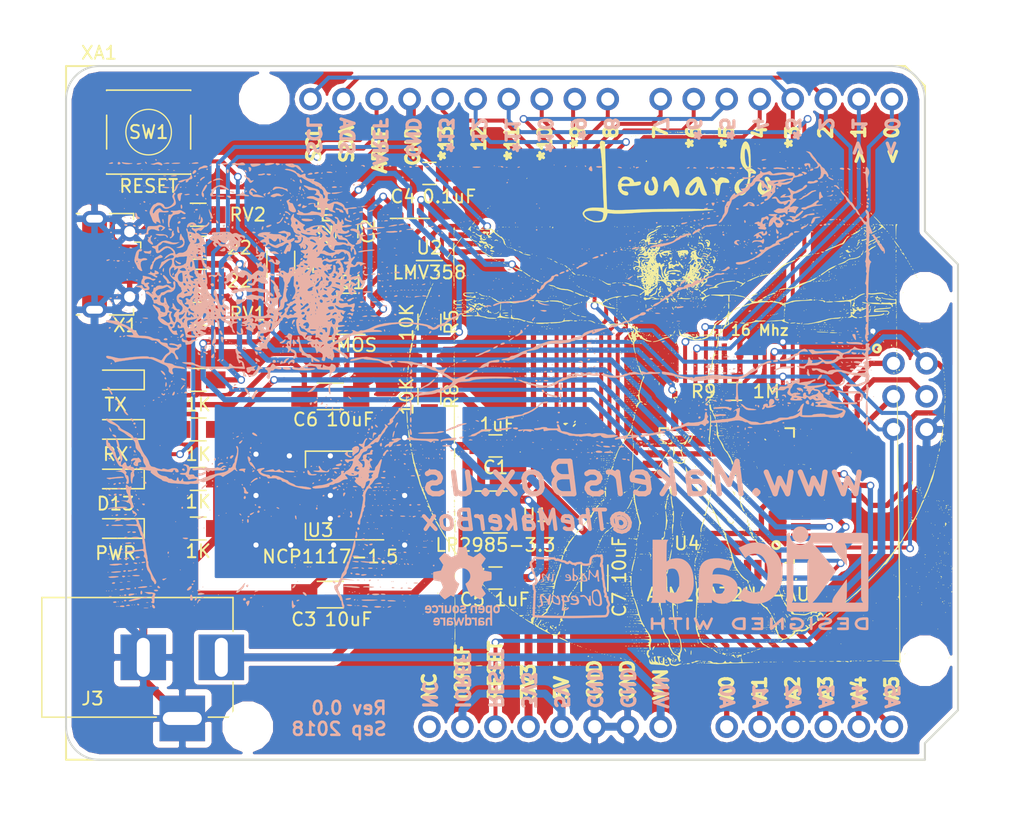
<source format=kicad_pcb>
(kicad_pcb (version 4) (host pcbnew 4.0.7)
  (title_block (title "Beetje 32U4 Blok") (date 2018-08-10) (rev 0.0) (company www.MakersBox.us) (comment 1 648.ken@gmail.com))
  (layers (0 F.Cu signal) (31 B.Cu signal) (34 B.Paste user) (35 F.Paste user) (36 B.SilkS user hide) (37 F.SilkS user hide) (38 B.Mask user) (39 F.Mask user) (44 Edge.Cuts user))
  (net 0 "")
  (net 1 GND)
  (net 2 /AREF)
  (net 3 VBUS)
  (net 4 /D4)
  (net 5 /D6)
  (net 6 /D8)
  (net 7 /D13)
  (net 8 /D12)
  (net 9 /D11)
  (net 10 /D10)
  (net 11 /D9)
  (net 12 /D7)
  (net 13 /SCL)
  (net 14 /SDA)
  (net 15 /D1)
  (net 16 /D0)
  (net 17 /A0)
  (net 18 /A1)
  (net 19 /A2)
  (net 20 /A3)
  (net 21 /A4)
  (net 22 /A5)
  (net 23 /SCK)
  (net 24 /MOSI)
  (net 25 /MISO)
  (net 26 /D5)
  (net 27 /RXLED)
  (net 28 /TXLED)
  (net 29 /~RESET)
  (net 30 /D+)
  (net 31 /D-)
  (net 32 "Net-(F1-Pad2)")
  (net 33 "Net-(D3-Pad1)")
  (net 34 +5V)
  (net 35 "Net-(C2-Pad1)")
  (net 36 /VIN)
  (net 37 +3V3)
  (net 38 "Net-(D1-Pad1)")
  (net 39 "Net-(D2-Pad1)")
  (net 40 "Net-(D4-Pad2)")
  (net 41 "Net-(D4-Pad1)")
  (net 42 "Net-(Q1-Pad1)")
  (net 43 "Net-(U1-Pad4)")
  (net 44 "Net-(U4-Pad2)")
  (net 45 "Net-(X1-Pad4)")
  (net 46 "Net-(R6-Pad2)")
  (net 47 "Net-(R7-Pad2)")
  (net 48 "Net-(R9-Pad1)")
  (net 49 "Net-(R9-Pad2)")
  (module footprints:Leo_back (layer B.Cu) (at 139.7 100.33 180)
    (fp_text reference G*** hide)
    (fp_text value LOGO hide)
  )
  (module footprints:graphic_SDA (layer F.Cu) (at 153.67 85.09)
    (fp_text reference G*** hide)
    (fp_text value LOGO hide)
  )
  (module Buttons_Switches_SMD:SW_SPST_PTS645 (layer F.Cu) (at 113.03 81.28)
    (fp_text reference SW1 (at 0 0) (layer F.SilkS))
    (fp_text value RESET (at 0 4.15) (layer F.SilkS))
    (pad 2 smd rect (at -3.98 2.25) (size 1.55 1.3) (layers F.Cu F.Paste F.Mask) (net 29 /~RESET))
    (pad 1 smd rect (at -3.98 -2.25) (size 1.55 1.3) (layers F.Cu F.Paste F.Mask) (net 1 GND))
    (pad 1 smd rect (at 3.98 -2.25) (size 1.55 1.3) (layers F.Cu F.Paste F.Mask) (net 1 GND))
    (pad 2 smd rect (at 3.98 2.25) (size 1.55 1.3) (layers F.Cu F.Paste F.Mask) (net 29 /~RESET))
  )
  (module footprints:Resonator_SMD_CTSC_1.3mmx3.2mm (layer F.Cu) (at 158.496 98.425)
    (fp_text reference Y1 hide)
    (fp_text value "16 Mhz" (at 1.524 -1.905) (layer F.SilkS) (effects (font (size 0.8 0.8))))
    (pad 1 smd rect (at -1.2 0) (size 0.4 1.8) (layers F.Cu F.Paste F.Mask) (net 49 "Net-(R9-Pad2)"))
    (pad 2 smd rect (at 0 0) (size 0.4 1.8) (layers F.Cu F.Paste F.Mask) (net 1 GND))
    (pad 3 smd rect (at 1.2 0) (size 0.4 1.8) (layers F.Cu F.Paste F.Mask) (net 48 "Net-(R9-Pad1)"))
  )
  (module Capacitors_SMD:C_0805_HandSoldering (layer F.Cu) (at 139.7 105.41)
    (fp_text reference C1 (at 0 1.651) (layer F.SilkS))
    (fp_text value 1uF (at 0.127 -1.651) (layer F.SilkS))
    (pad 1 smd rect (at -1.25 0) (size 1.5 1.25) (layers F.Cu F.Paste F.Mask) (net 34 +5V))
    (pad 2 smd rect (at 1.25 0) (size 1.5 1.25) (layers F.Cu F.Paste F.Mask) (net 1 GND))
  )
  (module Capacitors_SMD:C_0805_HandSoldering (layer F.Cu) (at 128.27 88.9 270)
    (fp_text reference C2 (at 0 -1.651 450) (layer F.SilkS))
    (fp_text value 22nF (at -0.508 1.651 270) (layer F.SilkS))
    (pad 1 smd rect (at -1.25 0 270) (size 1.5 1.25) (layers F.Cu F.Paste F.Mask) (net 35 "Net-(C2-Pad1)"))
    (pad 2 smd rect (at 1.25 0 270) (size 1.5 1.25) (layers F.Cu F.Paste F.Mask) (net 1 GND))
  )
  (module Capacitors_SMD:C_1206_HandSoldering (layer F.Cu) (at 127 116.84 180)
    (fp_text reference C3 (at 2.032 -1.905 180) (layer F.SilkS))
    (fp_text value 10uF (at -1.397 -1.905 180) (layer F.SilkS))
    (pad 1 smd rect (at -2 0 180) (size 2 1.6) (layers F.Cu F.Paste F.Mask) (net 36 /VIN))
    (pad 2 smd rect (at 2 0 180) (size 2 1.6) (layers F.Cu F.Paste F.Mask) (net 1 GND))
  )
  (module Capacitors_SMD:C_0805_HandSoldering (layer F.Cu) (at 134.62 84.455 180)
    (fp_text reference C4 (at 2.032 -1.778 180) (layer F.SilkS))
    (fp_text value 0.1uF (at -1.524 -1.778 180) (layer F.SilkS))
    (pad 1 smd rect (at -1.25 0 180) (size 1.5 1.25) (layers F.Cu F.Paste F.Mask) (net 34 +5V))
    (pad 2 smd rect (at 1.25 0 180) (size 1.5 1.25) (layers F.Cu F.Paste F.Mask) (net 1 GND))
  )
  (module Capacitors_SMD:C_0805_HandSoldering (layer F.Cu) (at 139.7 115.57 180)
    (fp_text reference C5 (at 1.778 -1.651 180) (layer F.SilkS))
    (fp_text value 1uF (at -1.27 -1.651 180) (layer F.SilkS))
    (pad 1 smd rect (at -1.25 0 180) (size 1.5 1.25) (layers F.Cu F.Paste F.Mask) (net 37 +3V3))
    (pad 2 smd rect (at 1.25 0 180) (size 1.5 1.25) (layers F.Cu F.Paste F.Mask) (net 1 GND))
  )
  (module Capacitors_SMD:C_1206_HandSoldering (layer F.Cu) (at 127 101.6)
    (fp_text reference C6 (at -1.905 1.778) (layer F.SilkS))
    (fp_text value 10uF (at 1.524 1.778) (layer F.SilkS))
    (pad 1 smd rect (at -2 0) (size 2 1.6) (layers F.Cu F.Paste F.Mask) (net 34 +5V))
    (pad 2 smd rect (at 2 0) (size 2 1.6) (layers F.Cu F.Paste F.Mask) (net 1 GND))
  )
  (module Connectors:BARREL_JACK (layer F.Cu) (at 118.618 121.666)
    (fp_text reference J3 (at -9.906 3.175 180) (layer F.SilkS))
    (fp_text value Barrel_Jack)
    (pad 1 thru_hole rect (at 0 0) (size 3.5 3.5) (drill oval 1 3) (layers *.Cu *.Mask) (net 36 /VIN))
    (pad 2 thru_hole rect (at -6 0) (size 3.5 3.5) (drill oval 1 3) (layers *.Cu *.Mask) (net 1 GND))
    (pad 3 thru_hole rect (at -3 4.7) (size 3.5 3.5) (drill oval 3 1) (layers *.Cu *.Mask) (net 1 GND))
  )
  (module TO_SOT_Packages_SMD:SOT-23 (layer F.Cu) (at 128.27 95.25 180)
    (fp_text reference Q1 (at -0.381 2.413 180) (layer F.SilkS))
    (fp_text value PMOS (at -0.254 -2.413 180) (layer F.SilkS))
    (pad 1 smd rect (at -1 -0.95 180) (size 0.9 0.8) (layers F.Cu F.Paste F.Mask) (net 42 "Net-(Q1-Pad1)"))
    (pad 2 smd rect (at -1 0.95 180) (size 0.9 0.8) (layers F.Cu F.Paste F.Mask) (net 34 +5V))
    (pad 3 smd rect (at 1 0 180) (size 0.9 0.8) (layers F.Cu F.Paste F.Mask) (net 3 VBUS))
  )
  (module Resistors_SMD:R_0805_HandSoldering (layer F.Cu) (at 116.84 95.25 180)
    (fp_text reference RV1 (at -3.81 0 180) (layer F.SilkS))
    (fp_text value Varistor)
    (pad 1 smd rect (at -1.35 0 180) (size 1.5 1.3) (layers F.Cu F.Paste F.Mask) (net 46 "Net-(R6-Pad2)"))
    (pad 2 smd rect (at 1.35 0 180) (size 1.5 1.3) (layers F.Cu F.Paste F.Mask) (net 1 GND))
  )
  (module Resistors_SMD:R_0805_HandSoldering (layer F.Cu) (at 116.84 87.63 180)
    (fp_text reference RV2 (at -3.81 0 180) (layer F.SilkS))
    (fp_text value Varistor)
    (pad 1 smd rect (at -1.35 0 180) (size 1.5 1.3) (layers F.Cu F.Paste F.Mask) (net 47 "Net-(R7-Pad2)"))
    (pad 2 smd rect (at 1.35 0 180) (size 1.5 1.3) (layers F.Cu F.Paste F.Mask) (net 1 GND))
  )
  (module TO_SOT_Packages_SMD:SOT-23-5 (layer F.Cu) (at 139.7 110.49)
    (fp_text reference U1 (at 3.048 0.254) (layer F.SilkS))
    (fp_text value LP2985-3.3 (at 0 2.54) (layer F.SilkS))
    (pad 1 smd rect (at -1.1 -0.95) (size 1.06 0.65) (layers F.Cu F.Paste F.Mask) (net 34 +5V))
    (pad 2 smd rect (at -1.1 0) (size 1.06 0.65) (layers F.Cu F.Paste F.Mask) (net 1 GND))
    (pad 3 smd rect (at -1.1 0.95) (size 1.06 0.65) (layers F.Cu F.Paste F.Mask) (net 34 +5V))
    (pad 4 smd rect (at 1.1 0.95) (size 1.06 0.65) (layers F.Cu F.Paste F.Mask) (net 43 "Net-(U1-Pad4)"))
    (pad 5 smd rect (at 1.1 -0.95) (size 1.06 0.65) (layers F.Cu F.Paste F.Mask) (net 37 +3V3))
  )
  (module Housings_SSOP:VSSOP-8_3.0x3.0mm_Pitch0.65mm (layer F.Cu) (at 134.62 89.535)
    (fp_text reference U2 (at 0 0.635) (layer F.SilkS))
    (fp_text value LMV358 (at 0 2.54) (layer F.SilkS))
    (pad 1 smd rect (at -2.2 -0.975 270) (size 0.45 1.45) (layers F.Cu F.Paste F.Mask) (net 42 "Net-(Q1-Pad1)"))
    (pad 2 smd rect (at -2.2 -0.325 270) (size 0.45 1.45) (layers F.Cu F.Paste F.Mask) (net 37 +3V3))
    (pad 3 smd rect (at -2.2 0.325 270) (size 0.45 1.45) (layers F.Cu F.Paste F.Mask) (net 35 "Net-(C2-Pad1)"))
    (pad 4 smd rect (at -2.2 0.975 270) (size 0.45 1.45) (layers F.Cu F.Paste F.Mask) (net 1 GND))
    (pad 5 smd rect (at 2.2 0.975 270) (size 0.45 1.45) (layers F.Cu F.Paste F.Mask) (net 7 /D13))
    (pad 6 smd rect (at 2.2 0.325 270) (size 0.45 1.45) (layers F.Cu F.Paste F.Mask) (net 40 "Net-(D4-Pad2)"))
    (pad 7 smd rect (at 2.2 -0.325 270) (size 0.45 1.45) (layers F.Cu F.Paste F.Mask) (net 40 "Net-(D4-Pad2)"))
    (pad 8 smd rect (at 2.2 -0.975 270) (size 0.45 1.45) (layers F.Cu F.Paste F.Mask) (net 34 +5V))
  )
  (module footprints:TQFP-44_10x10mm_Pitch0.8mm (layer F.Cu) (at 157.48 109.22 180)
    (fp_text reference U4 (at 3.048 -3.683 180) (layer F.SilkS))
    (fp_text value ATMEGA32U4-AU (at -0.127 -7.62 180) (layer F.SilkS))
    (pad 1 smd rect (at -5.7 -4 180) (size 1.5 0.55) (layers F.Cu F.Paste F.Mask) (net 12 /D7))
    (pad 2 smd rect (at -5.7 -3.2 180) (size 1.5 0.55) (layers F.Cu F.Paste F.Mask) (net 44 "Net-(U4-Pad2)"))
    (pad 3 smd rect (at -5.7 -2.4 180) (size 1.5 0.55) (layers F.Cu F.Paste F.Mask) (net 31 /D-))
    (pad 4 smd rect (at -5.7 -1.6 180) (size 1.5 0.55) (layers F.Cu F.Paste F.Mask) (net 30 /D+))
    (pad 5 smd rect (at -5.7 -0.8 180) (size 1.5 0.55) (layers F.Cu F.Paste F.Mask) (net 1 GND))
    (pad 6 smd rect (at -5.7 0 180) (size 1.5 0.55) (layers F.Cu F.Paste F.Mask) (net 34 +5V))
    (pad 7 smd rect (at -5.7 0.8 180) (size 1.5 0.55) (layers F.Cu F.Paste F.Mask) (net 3 VBUS))
    (pad 8 smd rect (at -5.7 1.6 180) (size 1.5 0.55) (layers F.Cu F.Paste F.Mask) (net 27 /RXLED))
    (pad 9 smd rect (at -5.7 2.4 180) (size 1.5 0.55) (layers F.Cu F.Paste F.Mask) (net 23 /SCK))
    (pad 10 smd rect (at -5.7 3.2 180) (size 1.5 0.55) (layers F.Cu F.Paste F.Mask) (net 24 /MOSI))
    (pad 11 smd rect (at -5.7 4 180) (size 1.5 0.55) (layers F.Cu F.Paste F.Mask) (net 25 /MISO))
    (pad 12 smd rect (at -4 5.7 270) (size 1.5 0.55) (layers F.Cu F.Paste F.Mask) (net 9 /D11))
    (pad 13 smd rect (at -3.2 5.7 270) (size 1.5 0.55) (layers F.Cu F.Paste F.Mask) (net 29 /~RESET))
    (pad 14 smd rect (at -2.4 5.7 270) (size 1.5 0.55) (layers F.Cu F.Paste F.Mask) (net 34 +5V))
    (pad 15 smd rect (at -1.6 5.7 270) (size 1.5 0.55) (layers F.Cu F.Paste F.Mask) (net 1 GND))
    (pad 16 smd rect (at -0.8 5.7 270) (size 1.5 0.55) (layers F.Cu F.Paste F.Mask) (net 48 "Net-(R9-Pad1)"))
    (pad 17 smd rect (at 0 5.7 270) (size 1.5 0.55) (layers F.Cu F.Paste F.Mask) (net 49 "Net-(R9-Pad2)"))
    (pad 18 smd rect (at 0.8 5.7 270) (size 1.5 0.55) (layers F.Cu F.Paste F.Mask) (net 13 /SCL))
    (pad 19 smd rect (at 1.6 5.7 270) (size 1.5 0.55) (layers F.Cu F.Paste F.Mask) (net 14 /SDA))
    (pad 20 smd rect (at 2.4 5.7 270) (size 1.5 0.55) (layers F.Cu F.Paste F.Mask) (net 16 /D0))
    (pad 21 smd rect (at 3.2 5.7 270) (size 1.5 0.55) (layers F.Cu F.Paste F.Mask) (net 15 /D1))
    (pad 22 smd rect (at 4 5.7 270) (size 1.5 0.55) (layers F.Cu F.Paste F.Mask) (net 28 /TXLED))
    (pad 23 smd rect (at 5.7 4 180) (size 1.5 0.55) (layers F.Cu F.Paste F.Mask) (net 1 GND))
    (pad 24 smd rect (at 5.7 3.2 180) (size 1.5 0.55) (layers F.Cu F.Paste F.Mask) (net 34 +5V))
    (pad 25 smd rect (at 5.7 2.4 180) (size 1.5 0.55) (layers F.Cu F.Paste F.Mask) (net 4 /D4))
    (pad 26 smd rect (at 5.7 1.6 180) (size 1.5 0.55) (layers F.Cu F.Paste F.Mask) (net 8 /D12))
    (pad 27 smd rect (at 5.7 0.8 180) (size 1.5 0.55) (layers F.Cu F.Paste F.Mask) (net 5 /D6))
    (pad 28 smd rect (at 5.7 0 180) (size 1.5 0.55) (layers F.Cu F.Paste F.Mask) (net 6 /D8))
    (pad 29 smd rect (at 5.7 -0.8 180) (size 1.5 0.55) (layers F.Cu F.Paste F.Mask) (net 11 /D9))
    (pad 30 smd rect (at 5.7 -1.6 180) (size 1.5 0.55) (layers F.Cu F.Paste F.Mask) (net 10 /D10))
    (pad 31 smd rect (at 5.7 -2.4 180) (size 1.5 0.55) (layers F.Cu F.Paste F.Mask) (net 26 /D5))
    (pad 32 smd rect (at 5.7 -3.2 180) (size 1.5 0.55) (layers F.Cu F.Paste F.Mask) (net 7 /D13))
    (pad 33 smd rect (at 5.7 -4 180) (size 1.5 0.55) (layers F.Cu F.Paste F.Mask) (net 34 +5V))
    (pad 34 smd rect (at 4 -5.7 270) (size 1.5 0.55) (layers F.Cu F.Paste F.Mask) (net 34 +5V))
    (pad 35 smd rect (at 3.2 -5.7 270) (size 1.5 0.55) (layers F.Cu F.Paste F.Mask) (net 1 GND))
    (pad 36 smd rect (at 2.4 -5.7 270) (size 1.5 0.55) (layers F.Cu F.Paste F.Mask) (net 17 /A0))
    (pad 37 smd rect (at 1.6 -5.7 270) (size 1.5 0.55) (layers F.Cu F.Paste F.Mask) (net 18 /A1))
    (pad 38 smd rect (at 0.8 -5.7 270) (size 1.5 0.55) (layers F.Cu F.Paste F.Mask) (net 19 /A2))
    (pad 39 smd rect (at 0 -5.7 270) (size 1.5 0.55) (layers F.Cu F.Paste F.Mask) (net 20 /A3))
    (pad 40 smd rect (at -0.8 -5.7 270) (size 1.5 0.55) (layers F.Cu F.Paste F.Mask) (net 21 /A4))
    (pad 41 smd rect (at -1.6 -5.7 270) (size 1.5 0.55) (layers F.Cu F.Paste F.Mask) (net 22 /A5))
    (pad 42 smd rect (at -2.4 -5.7 270) (size 1.5 0.55) (layers F.Cu F.Paste F.Mask) (net 2 /AREF))
    (pad 43 smd rect (at -3.2 -5.7 270) (size 1.5 0.55) (layers F.Cu F.Paste F.Mask) (net 1 GND))
    (pad 44 smd rect (at -4 -5.7 270) (size 1.5 0.55) (layers F.Cu F.Paste F.Mask) (net 34 +5V))
  )
  (module footprints:USB_Micro-B_Molex-105017-0001 (layer F.Cu) (at 109.22 91.44 270)
    (fp_text reference X1 (at 4.699 -2.032 360) (layer F.SilkS))
    (fp_text value USB_OTG)
    (pad 6 smd rect (at 1 0.35 270) (size 1.5 1.9) (layers F.Cu F.Paste F.Mask) (net 1 GND))
    (pad 6 thru_hole circle (at -2.5 -2.35 270) (size 1.45 1.45) (drill 0.85) (layers *.Cu *.Mask) (net 1 GND))
    (pad 2 smd rect (at -0.65 -2.35 270) (size 0.4 1.35) (layers F.Cu F.Paste F.Mask) (net 47 "Net-(R7-Pad2)"))
    (pad 1 smd rect (at -1.3 -2.35 270) (size 0.4 1.35) (layers F.Cu F.Paste F.Mask) (net 32 "Net-(F1-Pad2)"))
    (pad 5 smd rect (at 1.3 -2.35 270) (size 0.4 1.35) (layers F.Cu F.Paste F.Mask) (net 1 GND))
    (pad 4 smd rect (at 0.65 -2.35 270) (size 0.4 1.35) (layers F.Cu F.Paste F.Mask) (net 45 "Net-(X1-Pad4)"))
    (pad 3 smd rect (at 0 -2.35 270) (size 0.4 1.35) (layers F.Cu F.Paste F.Mask) (net 46 "Net-(R6-Pad2)"))
    (pad 6 thru_hole circle (at 2.5 -2.35 270) (size 1.45 1.45) (drill 0.85) (layers *.Cu *.Mask) (net 1 GND))
    (pad 6 smd rect (at -1 0.35 270) (size 1.5 1.9) (layers F.Cu F.Paste F.Mask) (net 1 GND))
    (pad 6 thru_hole oval (at -3.5 0.35 90) (size 1.2 1.9) (drill oval 0.6 1.3) (layers *.Cu *.Mask) (net 1 GND))
    (pad 6 thru_hole oval (at 3.5 0.35 270) (size 1.2 1.9) (drill oval 0.6 1.3) (layers *.Cu *.Mask) (net 1 GND))
    (pad 6 smd rect (at 2.9 0.35 270) (size 1.2 1.9) (layers F.Cu F.Mask) (net 1 GND))
    (pad 6 smd rect (at -2.9 0.35 270) (size 1.2 1.9) (layers F.Cu F.Mask) (net 1 GND))
  )
  (module footprints:Arduino_Leonardo_Shield (layer F.Cu) (at 106.68 129.54)
    (fp_text reference XA1 (at 2.54 -54.356) (layer F.SilkS))
    (fp_text value Arduino_Leonardo_Shield)
    (fp_text user . (at 62.484 -32.004) (layer F.SilkS))
    (pad RST2 thru_hole oval (at 63.627 -25.4) (size 1.7272 1.7272) (drill 1.016) (layers *.Cu *.Mask) (net 29 /~RESET))
    (pad GND4 thru_hole oval (at 66.167 -25.4) (size 1.7272 1.7272) (drill 1.016) (layers *.Cu *.Mask) (net 1 GND))
    (pad MOSI thru_hole oval (at 66.167 -27.94) (size 1.7272 1.7272) (drill 1.016) (layers *.Cu *.Mask) (net 24 /MOSI))
    (pad SCK thru_hole oval (at 63.627 -27.94) (size 1.7272 1.7272) (drill 1.016) (layers *.Cu *.Mask) (net 23 /SCK))
    (pad 5V2 thru_hole oval (at 66.167 -30.48) (size 1.7272 1.7272) (drill 1.016) (layers *.Cu *.Mask) (net 34 +5V))
    (pad A0 thru_hole oval (at 50.8 -2.54) (size 1.7272 1.7272) (drill 1.016) (layers *.Cu *.Mask) (net 17 /A0))
    (pad VIN thru_hole oval (at 45.72 -2.54) (size 1.7272 1.7272) (drill 1.016) (layers *.Cu *.Mask) (net 36 /VIN))
    (pad GND3 thru_hole oval (at 43.18 -2.54) (size 1.7272 1.7272) (drill 1.016) (layers *.Cu *.Mask) (net 1 GND))
    (pad GND2 thru_hole oval (at 40.64 -2.54) (size 1.7272 1.7272) (drill 1.016) (layers *.Cu *.Mask) (net 1 GND))
    (pad 5V1 thru_hole oval (at 38.1 -2.54) (size 1.7272 1.7272) (drill 1.016) (layers *.Cu *.Mask) (net 34 +5V))
    (pad 3V3 thru_hole oval (at 35.56 -2.54) (size 1.7272 1.7272) (drill 1.016) (layers *.Cu *.Mask) (net 37 +3V3))
    (pad RST1 thru_hole oval (at 33.02 -2.54) (size 1.7272 1.7272) (drill 1.016) (layers *.Cu *.Mask) (net 29 /~RESET))
    (pad IORF thru_hole oval (at 30.48 -2.54) (size 1.7272 1.7272) (drill 1.016) (layers *.Cu *.Mask) (net 34 +5V))
    (pad D0 thru_hole oval (at 63.5 -50.8) (size 1.7272 1.7272) (drill 1.016) (layers *.Cu *.Mask) (net 16 /D0))
    (pad D1 thru_hole oval (at 60.96 -50.8) (size 1.7272 1.7272) (drill 1.016) (layers *.Cu *.Mask) (net 15 /D1))
    (pad D2 thru_hole oval (at 58.42 -50.8) (size 1.7272 1.7272) (drill 1.016) (layers *.Cu *.Mask) (net 14 /SDA))
    (pad D3 thru_hole oval (at 55.88 -50.8) (size 1.7272 1.7272) (drill 1.016) (layers *.Cu *.Mask) (net 13 /SCL))
    (pad D4 thru_hole oval (at 53.34 -50.8) (size 1.7272 1.7272) (drill 1.016) (layers *.Cu *.Mask) (net 4 /D4))
    (pad D5 thru_hole oval (at 50.8 -50.8) (size 1.7272 1.7272) (drill 1.016) (layers *.Cu *.Mask) (net 26 /D5))
    (pad D6 thru_hole oval (at 48.26 -50.8) (size 1.7272 1.7272) (drill 1.016) (layers *.Cu *.Mask) (net 5 /D6))
    (pad D7 thru_hole oval (at 45.72 -50.8) (size 1.7272 1.7272) (drill 1.016) (layers *.Cu *.Mask) (net 12 /D7))
    (pad GND1 thru_hole oval (at 26.416 -50.8) (size 1.7272 1.7272) (drill 1.016) (layers *.Cu *.Mask) (net 1 GND))
    (pad D8 thru_hole oval (at 41.656 -50.8) (size 1.7272 1.7272) (drill 1.016) (layers *.Cu *.Mask) (net 6 /D8))
    (pad D9 thru_hole oval (at 39.116 -50.8) (size 1.7272 1.7272) (drill 1.016) (layers *.Cu *.Mask) (net 11 /D9))
    (pad D10 thru_hole oval (at 36.576 -50.8) (size 1.7272 1.7272) (drill 1.016) (layers *.Cu *.Mask) (net 10 /D10))
    (pad "" np_thru_hole circle (at 66.04 -7.62) (size 3.2 3.2) (drill 3.2) (layers *.Cu *.Mask))
    (pad "" np_thru_hole circle (at 66.04 -35.56) (size 3.2 3.2) (drill 3.2) (layers *.Cu *.Mask))
    (pad "" np_thru_hole circle (at 15.24 -50.8) (size 3.2 3.2) (drill 3.2) (layers *.Cu *.Mask))
    (pad "" np_thru_hole circle (at 13.97 -2.54) (size 3.2 3.2) (drill 3.2) (layers *.Cu *.Mask))
    (pad SCL thru_hole oval (at 18.796 -50.8) (size 1.7272 1.7272) (drill 1.016) (layers *.Cu *.Mask) (net 13 /SCL))
    (pad SDA thru_hole oval (at 21.336 -50.8) (size 1.7272 1.7272) (drill 1.016) (layers *.Cu *.Mask) (net 14 /SDA))
    (pad AREF thru_hole oval (at 23.876 -50.8) (size 1.7272 1.7272) (drill 1.016) (layers *.Cu *.Mask) (net 2 /AREF))
    (pad D13 thru_hole oval (at 28.956 -50.8) (size 1.7272 1.7272) (drill 1.016) (layers *.Cu *.Mask) (net 7 /D13))
    (pad D12 thru_hole oval (at 31.496 -50.8) (size 1.7272 1.7272) (drill 1.016) (layers *.Cu *.Mask) (net 8 /D12))
    (pad D11 thru_hole oval (at 34.036 -50.8) (size 1.7272 1.7272) (drill 1.016) (layers *.Cu *.Mask) (net 9 /D11))
    (pad "" thru_hole oval (at 27.94 -2.54) (size 1.7272 1.7272) (drill 1.016) (layers *.Cu *.Mask))
    (pad A1 thru_hole oval (at 53.34 -2.54) (size 1.7272 1.7272) (drill 1.016) (layers *.Cu *.Mask) (net 18 /A1))
    (pad A2 thru_hole oval (at 55.88 -2.54) (size 1.7272 1.7272) (drill 1.016) (layers *.Cu *.Mask) (net 19 /A2))
    (pad A3 thru_hole oval (at 58.42 -2.54) (size 1.7272 1.7272) (drill 1.016) (layers *.Cu *.Mask) (net 20 /A3))
    (pad A4 thru_hole oval (at 60.96 -2.54) (size 1.7272 1.7272) (drill 1.016) (layers *.Cu *.Mask) (net 21 /A4))
    (pad A5 thru_hole oval (at 63.5 -2.54) (size 1.7272 1.7272) (drill 1.016) (layers *.Cu *.Mask) (net 22 /A5))
    (pad MISO thru_hole oval (at 63.627 -30.48) (size 1.7272 1.7272) (drill 1.016) (layers *.Cu *.Mask) (net 25 /MISO))
  )
  (module TO_SOT_Packages_SMD:SOT-223-3_TabPin2 (layer F.Cu) (at 127 109.22 180)
    (fp_text reference U3 (at 0.762 -2.667 180) (layer F.SilkS))
    (fp_text value NCP1117-1.5 (at 0 -4.699 180) (layer F.SilkS))
    (pad 2 smd rect (at 3.15 0 180) (size 2 3.8) (layers F.Cu F.Paste F.Mask) (net 34 +5V))
    (pad 2 smd rect (at -3.15 0 180) (size 2 1.5) (layers F.Cu F.Paste F.Mask) (net 34 +5V))
    (pad 3 smd rect (at -3.15 2.3 180) (size 2 1.5) (layers F.Cu F.Paste F.Mask) (net 36 /VIN))
    (pad 1 smd rect (at -3.15 -2.3 180) (size 2 1.5) (layers F.Cu F.Paste F.Mask) (net 1 GND))
  )
  (module LEDs:LED_0805_HandSoldering (layer F.Cu) (at 110.49 111.76 180)
    (fp_text reference D1 hide)
    (fp_text value PWR (at 0 -1.905 180) (layer F.SilkS))
    (pad 1 smd rect (at -1.35 0 180) (size 1.5 1.3) (layers F.Cu F.Paste F.Mask) (net 38 "Net-(D1-Pad1)"))
    (pad 2 smd rect (at 1.35 0 180) (size 1.5 1.3) (layers F.Cu F.Paste F.Mask) (net 34 +5V))
  )
  (module LEDs:LED_0805_HandSoldering (layer F.Cu) (at 110.49 100.33 180)
    (fp_text reference D2 hide)
    (fp_text value TX (at 0 -1.905 180) (layer F.SilkS))
    (pad 1 smd rect (at -1.35 0 180) (size 1.5 1.3) (layers F.Cu F.Paste F.Mask) (net 39 "Net-(D2-Pad1)"))
    (pad 2 smd rect (at 1.35 0 180) (size 1.5 1.3) (layers F.Cu F.Paste F.Mask) (net 34 +5V))
  )
  (module LEDs:LED_0805_HandSoldering (layer F.Cu) (at 110.49 104.14 180)
    (fp_text reference D3 hide)
    (fp_text value RX (at 0 -1.905 180) (layer F.SilkS))
    (pad 1 smd rect (at -1.35 0 180) (size 1.5 1.3) (layers F.Cu F.Paste F.Mask) (net 33 "Net-(D3-Pad1)"))
    (pad 2 smd rect (at 1.35 0 180) (size 1.5 1.3) (layers F.Cu F.Paste F.Mask) (net 34 +5V))
  )
  (module LEDs:LED_0805_HandSoldering (layer F.Cu) (at 110.49 107.95 180)
    (fp_text reference D4 hide)
    (fp_text value D13 (at 0 -1.905 180) (layer F.SilkS))
    (pad 1 smd rect (at -1.35 0 180) (size 1.5 1.3) (layers F.Cu F.Paste F.Mask) (net 41 "Net-(D4-Pad1)"))
    (pad 2 smd rect (at 1.35 0 180) (size 1.5 1.3) (layers F.Cu F.Paste F.Mask) (net 40 "Net-(D4-Pad2)"))
  )
  (module Resistors_SMD:R_1206_HandSoldering (layer F.Cu) (at 123.19 91.44 90)
    (fp_text reference F1 (at -0.762 2.032 270) (layer F.SilkS))
    (fp_text value Polyfuse)
    (pad 1 smd rect (at -2 0 90) (size 2 1.7) (layers F.Cu F.Paste F.Mask) (net 3 VBUS))
    (pad 2 smd rect (at 2 0 90) (size 2 1.7) (layers F.Cu F.Paste F.Mask) (net 32 "Net-(F1-Pad2)"))
  )
  (module Resistors_SMD:R_0805_HandSoldering (layer F.Cu) (at 134.62 101.6 270)
    (fp_text reference R8 (at 0 -1.7 270) (layer F.SilkS))
    (fp_text value 10K (at 0 1.75 270) (layer F.SilkS))
    (pad 1 smd rect (at -1.35 0 270) (size 1.5 1.3) (layers F.Cu F.Paste F.Mask) (net 35 "Net-(C2-Pad1)"))
    (pad 2 smd rect (at 1.35 0 270) (size 1.5 1.3) (layers F.Cu F.Paste F.Mask) (net 36 /VIN))
  )
  (module Resistors_SMD:R_0805_HandSoldering (layer F.Cu) (at 134.62 95.885 270)
    (fp_text reference R5 (at 0 -1.7 270) (layer F.SilkS))
    (fp_text value 10K (at 0 1.75 270) (layer F.SilkS))
    (pad 1 smd rect (at -1.35 0 270) (size 1.5 1.3) (layers F.Cu F.Paste F.Mask) (net 1 GND))
    (pad 2 smd rect (at 1.35 0 270) (size 1.5 1.3) (layers F.Cu F.Paste F.Mask) (net 35 "Net-(C2-Pad1)"))
  )
  (module Resistors_SMD:R_0805_HandSoldering (layer F.Cu) (at 116.84 111.76)
    (fp_text reference R1 hide)
    (fp_text value 1K (at 0 1.75) (layer F.SilkS))
    (pad 1 smd rect (at -1.35 0) (size 1.5 1.3) (layers F.Cu F.Paste F.Mask) (net 38 "Net-(D1-Pad1)"))
    (pad 2 smd rect (at 1.35 0) (size 1.5 1.3) (layers F.Cu F.Paste F.Mask) (net 1 GND))
  )
  (module Resistors_SMD:R_0805_HandSoldering (layer F.Cu) (at 116.84 92.71 180)
    (fp_text reference R6 hide)
    (fp_text value 22 (at -3.175 0 180) (layer F.SilkS))
    (pad 1 smd rect (at -1.35 0 180) (size 1.5 1.3) (layers F.Cu F.Paste F.Mask) (net 30 /D+))
    (pad 2 smd rect (at 1.35 0 180) (size 1.5 1.3) (layers F.Cu F.Paste F.Mask) (net 46 "Net-(R6-Pad2)"))
  )
  (module Resistors_SMD:R_0805_HandSoldering (layer F.Cu) (at 116.84 90.17 180)
    (fp_text reference R7 hide)
    (fp_text value 22 (at -3.175 0 180) (layer F.SilkS))
    (pad 1 smd rect (at -1.35 0 180) (size 1.5 1.3) (layers F.Cu F.Paste F.Mask) (net 31 /D-))
    (pad 2 smd rect (at 1.35 0 180) (size 1.5 1.3) (layers F.Cu F.Paste F.Mask) (net 47 "Net-(R7-Pad2)"))
  )
  (module Resistors_SMD:R_0805_HandSoldering (layer F.Cu) (at 116.84 100.33 180)
    (fp_text reference R2 hide)
    (fp_text value 1K (at 0 -1.905 180) (layer F.SilkS))
    (pad 1 smd rect (at -1.35 0 180) (size 1.5 1.3) (layers F.Cu F.Paste F.Mask) (net 28 /TXLED))
    (pad 2 smd rect (at 1.35 0 180) (size 1.5 1.3) (layers F.Cu F.Paste F.Mask) (net 39 "Net-(D2-Pad1)"))
  )
  (module Resistors_SMD:R_0805_HandSoldering (layer F.Cu) (at 116.84 104.14 180)
    (fp_text reference R3 hide)
    (fp_text value 1K (at 0 -1.905 180) (layer F.SilkS))
    (pad 1 smd rect (at -1.35 0 180) (size 1.5 1.3) (layers F.Cu F.Paste F.Mask) (net 27 /RXLED))
    (pad 2 smd rect (at 1.35 0 180) (size 1.5 1.3) (layers F.Cu F.Paste F.Mask) (net 33 "Net-(D3-Pad1)"))
  )
  (module Resistors_SMD:R_0805_HandSoldering (layer F.Cu) (at 116.84 107.95)
    (fp_text reference R4 hide)
    (fp_text value 1K (at 0 1.75) (layer F.SilkS))
    (pad 1 smd rect (at -1.35 0) (size 1.5 1.3) (layers F.Cu F.Paste F.Mask) (net 41 "Net-(D4-Pad1)"))
    (pad 2 smd rect (at 1.35 0) (size 1.5 1.3) (layers F.Cu F.Paste F.Mask) (net 1 GND))
  )
  (module Resistors_SMD:R_0603 (layer F.Cu) (at 158.115 101.219 180)
    (fp_text reference R9 (at 2.413 0 180) (layer F.SilkS))
    (fp_text value 1M (at -2.413 0 180) (layer F.SilkS))
    (pad 1 smd rect (at -0.75 0 180) (size 0.5 0.9) (layers F.Cu F.Paste F.Mask) (net 48 "Net-(R9-Pad1)"))
    (pad 2 smd rect (at 0.75 0 180) (size 0.5 0.9) (layers F.Cu F.Paste F.Mask) (net 49 "Net-(R9-Pad2)"))
  )
  (module Symbols:KiCad-Logo2_8mm_SilkScreen (layer B.Cu) (at 160.02 115.57 180)
    (fp_text reference REF*** hide)
    (fp_text value KiCad-Logo2_8mm_SilkScreen hide)
  )
  (module footprints:MadeInOregonRev25 (layer F.Cu) (at 145.415 116.205)
    (fp_text reference VAL hide)
    (fp_text value MadeInOregonRev25 hide)
  )
  (module Symbols:OSHW-Logo_5.7x6mm_SilkScreen (layer B.Cu) (at 137.16 116.205 180)
    (fp_text reference REF*** hide)
    (fp_text value OSHW-Logo_5.7x6mm_SilkScreen hide)
  )
  (module footprints:Leo_Front (layer F.Cu) (at 153.67 101.6)
    (fp_text reference G*** hide)
    (fp_text value LOGO hide)
  )
  (module footprints:C_1206_HandSoldering (layer F.Cu) (at 147.32 115.57 270)
    (fp_text reference C7 (at 2.032 -1.905 270) (layer F.SilkS))
    (fp_text value 10uF (at -1.397 -1.905 270) (layer F.SilkS))
    (pad 1 smd rect (at -2 0 270) (size 2 1.6) (layers F.Cu F.Paste F.Mask) (net 34 +5V))
    (pad 2 smd rect (at 2 0 270) (size 2 1.6) (layers F.Cu F.Paste F.Mask) (net 1 GND))
  )
  (gr_circle (center 169.037 97.917) (end 168.91 97.663) (layer F.SilkS) (width 0.2))
  (gr_text SCL (at 125.73 80.01 270) (layer B.SilkS) (effects (font (size 1 1) (thickness 0.25)) (justify right mirror)))
  (gr_text SDA (at 128.27 80.01 270) (layer B.SilkS) (effects (font (size 1 1) (thickness 0.25)) (justify right mirror)))
  (gr_text AREF (at 130.81 80.01 270) (layer B.SilkS) (effects (font (size 1 1) (thickness 0.25)) (justify right mirror)))
  (gr_text GND (at 133.35 80.01 270) (layer B.SilkS) (effects (font (size 1 1) (thickness 0.25)) (justify right mirror)))
  (gr_text *13 (at 135.89 80.01 270) (layer B.SilkS) (effects (font (size 1 1) (thickness 0.25)) (justify right mirror)))
  (gr_text 12 (at 138.43 80.01 270) (layer B.SilkS) (effects (font (size 1 1) (thickness 0.25)) (justify right mirror)))
  (gr_text *11 (at 140.97 80.01 270) (layer B.SilkS) (effects (font (size 1 1) (thickness 0.25)) (justify right mirror)))
  (gr_text *10 (at 143.51 80.01 270) (layer B.SilkS) (effects (font (size 1 1) (thickness 0.25)) (justify right mirror)))
  (gr_text *9 (at 146.05 80.01 270) (layer B.SilkS) (effects (font (size 1 1) (thickness 0.25)) (justify right mirror)))
  (gr_text 8 (at 148.59 80.01 270) (layer B.SilkS) (effects (font (size 1 1) (thickness 0.25)) (justify right mirror)))
  (gr_text 7 (at 152.4 80.01 270) (layer B.SilkS) (effects (font (size 1 1) (thickness 0.25)) (justify right mirror)))
  (gr_text *6 (at 154.94 80.01 270) (layer B.SilkS) (effects (font (size 1 1) (thickness 0.25)) (justify right mirror)))
  (gr_text *5 (at 157.48 80.01 270) (layer B.SilkS) (effects (font (size 1 1) (thickness 0.25)) (justify right mirror)))
  (gr_text 4 (at 160.02 80.01 270) (layer B.SilkS) (effects (font (size 1 1) (thickness 0.25)) (justify right mirror)))
  (gr_text *3 (at 162.56 80.01 270) (layer B.SilkS) (effects (font (size 1 1) (thickness 0.25)) (justify right mirror)))
  (gr_text 2 (at 165.1 80.01 270) (layer B.SilkS) (effects (font (size 1 1) (thickness 0.25)) (justify right mirror)))
  (gr_text "> 1" (at 167.64 80.01 270) (layer B.SilkS) (effects (font (size 1 1) (thickness 0.25)) (justify right mirror)))
  (gr_text "< 0" (at 170.18 80.01 270) (layer B.SilkS) (effects (font (size 1 1) (thickness 0.25)) (justify right mirror)))
  (gr_text A5 (at 170.18 125.73 270) (layer B.SilkS) (effects (font (size 1 1) (thickness 0.25)) (justify left mirror)))
  (gr_text A4 (at 167.64 125.73 270) (layer B.SilkS) (effects (font (size 1 1) (thickness 0.25)) (justify left mirror)))
  (gr_text A3 (at 165.1 125.73 270) (layer B.SilkS) (effects (font (size 1 1) (thickness 0.25)) (justify left mirror)))
  (gr_text A2 (at 162.56 125.73 270) (layer B.SilkS) (effects (font (size 1 1) (thickness 0.25)) (justify left mirror)))
  (gr_text A1 (at 160.02 125.73 270) (layer B.SilkS) (effects (font (size 1 1) (thickness 0.25)) (justify left mirror)))
  (gr_text A0 (at 157.48 125.73 270) (layer B.SilkS) (effects (font (size 1 1) (thickness 0.25)) (justify left mirror)))
  (gr_text VIN (at 152.4 125.73 270) (layer B.SilkS) (effects (font (size 1 1) (thickness 0.25)) (justify left mirror)))
  (gr_text GND (at 149.86 125.73 270) (layer B.SilkS) (effects (font (size 1 1) (thickness 0.25)) (justify left mirror)))
  (gr_text GND (at 147.32 125.73 270) (layer B.SilkS) (effects (font (size 1 1) (thickness 0.25)) (justify left mirror)))
  (gr_text 5V (at 144.78 125.73 270) (layer B.SilkS) (effects (font (size 1 1) (thickness 0.25)) (justify left mirror)))
  (gr_text 3V3 (at 142.24 125.73 270) (layer B.SilkS) (effects (font (size 1 1) (thickness 0.25)) (justify left mirror)))
  (gr_text RESET (at 139.7 125.73 270) (layer B.SilkS) (effects (font (size 1 1) (thickness 0.25)) (justify left mirror)))
  (gr_text IOREF (at 137.16 125.73 270) (layer B.SilkS) (effects (font (size 1 1) (thickness 0.25)) (justify left mirror)))
  (gr_text NC (at 134.62 125.73 270) (layer B.SilkS) (effects (font (size 1 1) (thickness 0.25)) (justify left mirror)))
  (gr_text NC (at 134.62 125.095 90) (layer F.SilkS) (effects (font (size 1 1) (thickness 0.25)) (justify left)))
  (gr_text "Rev 0.0\nSep 2018" (at 131.445 126.365) (layer B.SilkS) (effects (font (size 1 1) (thickness 0.2)) (justify left mirror)))
  (gr_text @TheMakerBox (at 142.24 111.125) (layer B.SilkS) (effects (font (size 1.5 1.5) (thickness 0.3) italic) (justify mirror)))
  (gr_text www.MakersBox.us (at 151.13 107.95) (layer B.SilkS) (effects (font (size 2.5 2.5) (thickness 0.4) italic) (justify mirror)))
  (gr_line (start 109.22 76.2) (end 170.18 76.2) (angle 90) (layer Edge.Cuts) (width 0.15))
  (gr_line (start 106.68 127) (end 106.68 78.74) (angle 90) (layer Edge.Cuts) (width 0.15))
  (gr_line (start 172.72 129.54) (end 109.22 129.54) (angle 90) (layer Edge.Cuts) (width 0.15))
  (gr_line (start 172.72 128.27) (end 172.72 129.54) (angle 90) (layer Edge.Cuts) (width 0.15))
  (gr_line (start 175.26 125.73) (end 172.72 128.27) (angle 90) (layer Edge.Cuts) (width 0.15))
  (gr_line (start 175.26 91.44) (end 175.26 125.73) (angle 90) (layer Edge.Cuts) (width 0.15))
  (gr_line (start 172.72 88.9) (end 175.26 91.44) (angle 90) (layer Edge.Cuts) (width 0.15))
  (gr_line (start 172.72 78.74) (end 172.72 88.9) (angle 90) (layer Edge.Cuts) (width 0.15))
  (gr_arc (start 170.18 78.74) (end 170.18 76.2) (angle 90) (layer Edge.Cuts) (width 0.15))
  (gr_arc (start 109.22 127) (end 109.22 129.54) (angle 90) (layer Edge.Cuts) (width 0.15))
  (gr_arc (start 109.22 78.74) (end 106.68 78.74) (angle 90) (layer Edge.Cuts) (width 0.15))
  (gr_text A5 (at 170.18 125.095 90) (layer F.SilkS) (effects (font (size 1 1) (thickness 0.25)) (justify left)))
  (gr_text A4 (at 167.64 125.095 90) (layer F.SilkS) (effects (font (size 1 1) (thickness 0.25)) (justify left)))
  (gr_text A3 (at 165.1 125.095 90) (layer F.SilkS) (effects (font (size 1 1) (thickness 0.25)) (justify left)))
  (gr_text A2 (at 162.56 125.095 90) (layer F.SilkS) (effects (font (size 1 1) (thickness 0.25)) (justify left)))
  (gr_text A1 (at 160.02 125.095 90) (layer F.SilkS) (effects (font (size 1 1) (thickness 0.25)) (justify left)))
  (gr_text A0 (at 157.48 125.095 90) (layer F.SilkS) (effects (font (size 1 1) (thickness 0.25)) (justify left)))
  (gr_text VIN (at 152.4 125.095 90) (layer F.SilkS) (effects (font (size 1 1) (thickness 0.25)) (justify left)))
  (gr_text GND (at 149.86 125.095 90) (layer F.SilkS) (effects (font (size 1 1) (thickness 0.25)) (justify left)))
  (gr_text GND (at 147.32 125.095 90) (layer F.SilkS) (effects (font (size 1 1) (thickness 0.25)) (justify left)))
  (gr_text 3V3 (at 142.24 125.095 90) (layer F.SilkS) (effects (font (size 1 1) (thickness 0.25)) (justify left)))
  (gr_text RESET (at 139.7 125.095 90) (layer F.SilkS) (effects (font (size 1 1) (thickness 0.25)) (justify left)))
  (gr_text 5V (at 144.78 125.095 90) (layer F.SilkS) (effects (font (size 1 1) (thickness 0.25)) (justify left)))
  (gr_text IOREF (at 137.16 125.095 90) (layer F.SilkS) (effects (font (size 1 1) (thickness 0.25)) (justify left)))
  (gr_text "< 0" (at 170.18 80.645 90) (layer F.SilkS) (effects (font (size 1 1) (thickness 0.25)) (justify right)))
  (gr_text "> 1" (at 167.64 80.645 90) (layer F.SilkS) (effects (font (size 1 1) (thickness 0.25)) (justify right)))
  (gr_text 2 (at 165.1 80.645 90) (layer F.SilkS) (effects (font (size 1 1) (thickness 0.25)) (justify right)))
  (gr_text *3 (at 162.56 80.645 90) (layer F.SilkS) (effects (font (size 1 1) (thickness 0.25)) (justify right)))
  (gr_text 4 (at 160.02 80.645 90) (layer F.SilkS) (effects (font (size 1 1) (thickness 0.25)) (justify right)))
  (gr_text *5 (at 157.48 80.645 90) (layer F.SilkS) (effects (font (size 1 1) (thickness 0.25)) (justify right)))
  (gr_text *6 (at 154.94 80.645 90) (layer F.SilkS) (effects (font (size 1 1) (thickness 0.25)) (justify right)))
  (gr_text 7 (at 152.4 80.645 90) (layer F.SilkS) (effects (font (size 1 1) (thickness 0.25)) (justify right)))
  (gr_text 8 (at 148.59 80.645 90) (layer F.SilkS) (effects (font (size 1 1) (thickness 0.25)) (justify right)))
  (gr_text *9 (at 146.05 80.645 90) (layer F.SilkS) (effects (font (size 1 1) (thickness 0.25)) (justify right)))
  (gr_text *10 (at 143.51 80.645 90) (layer F.SilkS) (effects (font (size 1 1) (thickness 0.25)) (justify right)))
  (gr_text *11 (at 140.97 80.645 90) (layer F.SilkS) (effects (font (size 1 1) (thickness 0.25)) (justify right)))
  (gr_text 12 (at 138.43 80.645 90) (layer F.SilkS) (effects (font (size 1 1) (thickness 0.25)) (justify right)))
  (gr_text *13 (at 135.89 80.645 90) (layer F.SilkS) (effects (font (size 1 1) (thickness 0.25)) (justify right)))
  (gr_text GND (at 133.35 80.645 90) (layer F.SilkS) (effects (font (size 1 1) (thickness 0.25)) (justify right)))
  (gr_text AREF (at 130.81 80.645 90) (layer F.SilkS) (effects (font (size 1 1) (thickness 0.25)) (justify right)))
  (gr_text "SDA\n" (at 128.27 80.645 90) (layer F.SilkS) (effects (font (size 1 1) (thickness 0.25)) (justify right)))
  (gr_text SCL (at 125.73 80.645 90) (layer F.SilkS) (effects (font (size 1 1) (thickness 0.25)) (justify right)))
  (gr_circle (center 161.29 113.03) (end 161.163 112.776) (layer F.SilkS) (width 0.2))
  (segment (start 147.32 119.888) (end 147.32 117.57) (width 0.6096) (layer F.Cu) (net 1))
  (segment (start 147.32 127) (end 147.32 119.888) (width 0.6096) (layer F.Cu) (net 1))
  (segment (start 154.28 114.92) (end 154.28 116.738) (width 0.4064) (layer F.Cu) (net 1))
  (segment (start 154.28 116.738) (end 153.448 117.57) (width 0.4064) (layer F.Cu) (net 1))
  (segment (start 153.448 117.57) (end 147.32 117.57) (width 0.4064) (layer F.Cu) (net 1))
  (segment (start 111.57 88.94) (end 117.054 88.94) (width 0.4064) (layer B.Cu) (net 1))
  (segment (start 117.475 83.439) (end 119.38 81.534) (width 0.4064) (layer B.Cu) (net 1))
  (segment (start 117.475 88.519) (end 117.475 83.439) (width 0.4064) (layer B.Cu) (net 1))
  (segment (start 117.054 88.94) (end 117.475 88.519) (width 0.4064) (layer B.Cu) (net 1))
  (via (at 168.7195 96.5835) (size 0.6) (drill 0.4) (layers F.Cu B.Cu) (net 1))
  (segment (start 168.7195 96.5835) (end 168.783 96.647) (width 0.3048) (layer F.Cu) (net 1))
  (segment (start 160.782 97.409) (end 160.655 97.409) (width 0.3048) (layer F.Cu) (net 1))
  (segment (start 159.004 96.901) (end 158.496 97.409) (width 0.3048) (layer F.Cu) (net 1))
  (segment (start 160.147 96.901) (end 159.004 96.901) (width 0.3048) (layer F.Cu) (net 1))
  (segment (start 160.655 97.409) (end 160.147 96.901) (width 0.3048) (layer F.Cu) (net 1))
  (segment (start 161.798 97.409) (end 160.782 97.409) (width 0.3048) (layer F.Cu) (net 1))
  (segment (start 169.418 95.885) (end 168.7195 96.5835) (width 0.4064) (layer B.Cu) (net 1))
  (segment (start 168.7195 96.5835) (end 167.894 97.409) (width 0.4064) (layer B.Cu) (net 1))
  (segment (start 167.894 97.409) (end 161.798 97.409) (width 0.4064) (layer B.Cu) (net 1))
  (via (at 161.798 97.409) (size 0.6) (drill 0.4) (layers F.Cu B.Cu) (net 1))
  (segment (start 171.196 95.885) (end 172.466 97.155) (width 0.4064) (layer B.Cu) (net 1))
  (segment (start 172.466 97.155) (end 173.482 97.155) (width 0.4064) (layer B.Cu) (net 1))
  (segment (start 173.482 97.155) (end 174.498 98.171) (width 0.4064) (layer B.Cu) (net 1))
  (segment (start 174.498 98.171) (end 174.498 102.489) (width 0.4064) (layer B.Cu) (net 1))
  (segment (start 172.847 104.14) (end 174.498 102.489) (width 0.4064) (layer B.Cu) (net 1))
  (segment (start 171.196 95.885) (end 169.418 95.885) (width 0.4064) (layer B.Cu) (net 1))
  (segment (start 160.782 97.409) (end 160.401 97.79) (width 0.3048) (layer F.Cu) (net 1))
  (segment (start 134.62 94.535) (end 136.699 94.535) (width 0.6096) (layer F.Cu) (net 1))
  (segment (start 140.95 98.786) (end 140.95 105.41) (width 0.6096) (layer F.Cu) (net 1))
  (segment (start 136.699 94.535) (end 140.95 98.786) (width 0.6096) (layer F.Cu) (net 1))
  (segment (start 132.334 98.933) (end 132.334 95.377) (width 0.6096) (layer F.Cu) (net 1))
  (segment (start 129 100.997) (end 132.334 98.933) (width 0.6096) (layer F.Cu) (net 1))
  (segment (start 133.176 94.535) (end 134.62 94.535) (width 0.6096) (layer F.Cu) (net 1))
  (segment (start 132.334 95.377) (end 133.176 94.535) (width 0.6096) (layer F.Cu) (net 1))
  (segment (start 133.37 84.455) (end 127.889 84.455) (width 0.4064) (layer F.Cu) (net 1))
  (segment (start 127.361 90.15) (end 125.984 88.773) (width 0.4064) (layer F.Cu) (net 1))
  (segment (start 125.984 88.773) (end 125.984 86.36) (width 0.4064) (layer F.Cu) (net 1))
  (segment (start 127.361 90.15) (end 128.27 90.15) (width 0.4064) (layer F.Cu) (net 1))
  (segment (start 127.889 84.455) (end 125.984 86.36) (width 0.4064) (layer F.Cu) (net 1))
  (segment (start 132.42 90.51) (end 130.388 90.51) (width 0.4064) (layer F.Cu) (net 1))
  (segment (start 130.388 90.51) (end 130.028 90.15) (width 0.4064) (layer F.Cu) (net 1))
  (segment (start 130.028 90.15) (end 128.27 90.15) (width 0.4064) (layer F.Cu) (net 1))
  (segment (start 158.496 98.425) (end 158.496 97.409) (width 0.3048) (layer F.Cu) (net 1))
  (segment (start 160.401 98.298) (end 160.401 97.79) (width 0.3048) (layer F.Cu) (net 1))
  (segment (start 159.08 102.413) (end 159.08 103.52) (width 0.3048) (layer F.Cu) (net 1))
  (segment (start 160.401 101.092) (end 160.401 98.298) (width 0.3048) (layer F.Cu) (net 1))
  (segment (start 159.08 102.413) (end 160.401 101.092) (width 0.3048) (layer F.Cu) (net 1))
  (segment (start 138.45 115.57) (end 138.45 114.955) (width 0.6096) (layer F.Cu) (net 1))
  (segment (start 138.45 114.955) (end 137.16 113.665) (width 0.6096) (layer F.Cu) (net 1))
  (segment (start 137.795 110.49) (end 138.6 110.49) (width 0.6096) (layer F.Cu) (net 1))
  (segment (start 137.16 111.125) (end 137.795 110.49) (width 0.6096) (layer F.Cu) (net 1))
  (segment (start 137.16 113.665) (end 137.16 111.125) (width 0.6096) (layer F.Cu) (net 1))
  (segment (start 132.715 114.935) (end 133.477 114.935) (width 0.6096) (layer F.Cu) (net 1))
  (segment (start 127 114.935) (end 132.715 114.935) (width 0.6096) (layer F.Cu) (net 1))
  (segment (start 125.095 116.84) (end 127 114.935) (width 0.6096) (layer F.Cu) (net 1))
  (segment (start 133.618 111.52) (end 130.15 111.52) (width 0.6096) (layer F.Cu) (net 1))
  (segment (start 134.366 112.268) (end 133.618 111.52) (width 0.6096) (layer F.Cu) (net 1))
  (segment (start 134.366 114.046) (end 134.366 112.268) (width 0.6096) (layer F.Cu) (net 1))
  (segment (start 133.477 114.935) (end 134.366 114.046) (width 0.6096) (layer F.Cu) (net 1))
  (segment (start 125 116.84) (end 125.095 116.84) (width 0.6096) (layer F.Cu) (net 1))
  (segment (start 125 116.84) (end 113.919 116.84) (width 0.6096) (layer F.Cu) (net 1))
  (segment (start 113.665 116.84) (end 113.665 117.094) (width 0.6096) (layer F.Cu) (net 1))
  (segment (start 113.919 116.84) (end 113.665 116.84) (width 0.6096) (layer F.Cu) (net 1))
  (segment (start 129 101.6) (end 129 100.997) (width 0.6096) (layer F.Cu) (net 1))
  (segment (start 125 116.84) (end 125 116.808) (width 0.6096) (layer F.Cu) (net 1))
  (segment (start 112.618 121.666) (end 112.618 118.141) (width 0.6096) (layer F.Cu) (net 1))
  (segment (start 112.618 118.141) (end 113.665 117.094) (width 0.6096) (layer F.Cu) (net 1))
  (segment (start 113.665 117.094) (end 118.19 112.569) (width 0.6096) (layer F.Cu) (net 1))
  (segment (start 138.45 115.57) (end 138.303 115.57) (width 0.6096) (layer F.Cu) (net 1))
  (segment (start 115.618 126.366) (end 117.347 126.366) (width 0.6096) (layer F.Cu) (net 1))
  (segment (start 117.347 126.366) (end 119.253 124.46) (width 0.6096) (layer F.Cu) (net 1))
  (segment (start 129.56 124.46) (end 138.45 115.57) (width 0.6096) (layer F.Cu) (net 1))
  (segment (start 119.253 124.46) (end 129.56 124.46) (width 0.6096) (layer F.Cu) (net 1))
  (segment (start 163.18 110.02) (end 167.043 110.02) (width 0.4064) (layer F.Cu) (net 1))
  (segment (start 167.043 110.02) (end 168.148 110.998) (width 0.4064) (layer F.Cu) (net 1))
  (segment (start 168.148 110.998) (end 170.307 110.998) (width 0.4064) (layer F.Cu) (net 1))
  (segment (start 170.307 110.998) (end 172.847 107.823) (width 0.4064) (layer F.Cu) (net 1))
  (segment (start 172.847 107.823) (end 172.847 104.14) (width 0.4064) (layer F.Cu) (net 1))
  (segment (start 149.86 127) (end 149.86 127.762) (width 0.6096) (layer B.Cu) (net 1))
  (segment (start 149.86 127.762) (end 150.749 128.651) (width 0.6096) (layer B.Cu) (net 1))
  (segment (start 150.749 128.651) (end 153.162 128.651) (width 0.6096) (layer B.Cu) (net 1))
  (segment (start 153.162 128.651) (end 157.607 124.206) (width 0.6096) (layer B.Cu) (net 1))
  (segment (start 157.607 124.206) (end 164.465 124.206) (width 0.6096) (layer B.Cu) (net 1))
  (segment (start 164.465 124.206) (end 172.847 115.824) (width 0.6096) (layer B.Cu) (net 1))
  (segment (start 172.847 115.824) (end 172.847 104.14) (width 0.6096) (layer B.Cu) (net 1))
  (segment (start 151.78 105.22) (end 158.559 105.22) (width 0.4064) (layer F.Cu) (net 1))
  (segment (start 158.559 105.22) (end 159.08 104.699) (width 0.4064) (layer F.Cu) (net 1))
  (segment (start 159.08 104.699) (end 159.08 103.52) (width 0.4064) (layer F.Cu) (net 1))
  (segment (start 154.28 114.92) (end 154.28 113.69) (width 0.4064) (layer F.Cu) (net 1))
  (segment (start 160.68 114.071) (end 160.68 114.92) (width 0.4064) (layer F.Cu) (net 1))
  (segment (start 159.512 112.903) (end 160.68 114.071) (width 0.4064) (layer F.Cu) (net 1))
  (segment (start 155.067 112.903) (end 159.512 112.903) (width 0.4064) (layer F.Cu) (net 1))
  (segment (start 154.28 113.69) (end 155.067 112.903) (width 0.4064) (layer F.Cu) (net 1))
  (segment (start 147.32 127) (end 149.86 127) (width 0.6096) (layer B.Cu) (net 1))
  (segment (start 117.347 126.366) (end 119.253 124.46) (width 0.6096) (layer B.Cu) (net 1))
  (segment (start 147.32 124.079) (end 147.32 127) (width 0.6096) (layer B.Cu) (net 1))
  (segment (start 146.177 122.936) (end 147.32 124.079) (width 0.6096) (layer B.Cu) (net 1))
  (segment (start 125.984 122.936) (end 146.177 122.936) (width 0.6096) (layer B.Cu) (net 1))
  (segment (start 124.46 124.46) (end 125.984 122.936) (width 0.6096) (layer B.Cu) (net 1))
  (segment (start 119.253 124.46) (end 124.46 124.46) (width 0.6096) (layer B.Cu) (net 1))
  (segment (start 115.618 126.366) (end 116.966 126.366) (width 0.6096) (layer F.Cu) (net 1))
  (segment (start 112.618 121.666) (end 112.618 123.366) (width 0.6096) (layer F.Cu) (net 1))
  (segment (start 112.618 123.366) (end 115.618 126.366) (width 0.6096) (layer F.Cu) (net 1))
  (segment (start 133.096 80.518) (end 133.096 78.74) (width 0.4064) (layer B.Cu) (net 1))
  (segment (start 119.38 81.534) (end 132.08 81.534) (width 0.4064) (layer B.Cu) (net 1))
  (segment (start 132.08 81.534) (end 133.096 80.518) (width 0.4064) (layer B.Cu) (net 1))
  (segment (start 112.618 121.666) (end 112.618 120.365) (width 0.6096) (layer B.Cu) (net 1))
  (segment (start 112.618 120.365) (end 108.87 116.617) (width 0.6096) (layer B.Cu) (net 1))
  (segment (start 108.87 116.617) (end 108.87 94.94) (width 0.6096) (layer B.Cu) (net 1))
  (segment (start 138.6 110.49) (end 139.446 110.49) (width 0.6096) (layer F.Cu) (net 1))
  (segment (start 139.446 110.49) (end 139.7 110.236) (width 0.6096) (layer F.Cu) (net 1))
  (segment (start 139.7 110.236) (end 139.7 106.66) (width 0.6096) (layer F.Cu) (net 1))
  (segment (start 139.7 106.66) (end 140.95 105.41) (width 0.6096) (layer F.Cu) (net 1))
  (segment (start 109.05 79.03) (end 117.01 79.03) (width 0.4064) (layer F.Cu) (net 1))
  (segment (start 108.87 87.94) (end 108.87 86.899) (width 0.4064) (layer F.Cu) (net 1))
  (segment (start 107.569 80.511) (end 109.05 79.03) (width 0.4064) (layer F.Cu) (net 1))
  (segment (start 107.569 85.598) (end 107.569 80.511) (width 0.4064) (layer F.Cu) (net 1))
  (segment (start 108.87 86.899) (end 107.569 85.598) (width 0.4064) (layer F.Cu) (net 1))
  (segment (start 111.57 88.94) (end 109.87 88.94) (width 0.4064) (layer B.Cu) (net 1))
  (segment (start 109.87 88.94) (end 108.87 87.94) (width 0.4064) (layer B.Cu) (net 1))
  (segment (start 111.57 93.94) (end 109.87 93.94) (width 0.4064) (layer B.Cu) (net 1))
  (segment (start 109.87 93.94) (end 108.87 94.94) (width 0.4064) (layer B.Cu) (net 1))
  (segment (start 108.87 90.44) (end 108.87 88.54) (width 0.4064) (layer F.Cu) (net 1))
  (segment (start 108.87 88.54) (end 108.87 87.94) (width 0.4064) (layer F.Cu) (net 1))
  (segment (start 108.87 92.44) (end 108.87 90.44) (width 0.4064) (layer F.Cu) (net 1))
  (segment (start 108.87 94.94) (end 108.87 92.44) (width 0.4064) (layer F.Cu) (net 1))
  (segment (start 111.57 92.74) (end 111.57 93.94) (width 0.4064) (layer F.Cu) (net 1))
  (segment (start 115.49 95.25) (end 112.88 95.25) (width 0.4064) (layer F.Cu) (net 1))
  (segment (start 112.88 95.25) (end 111.57 93.94) (width 0.4064) (layer F.Cu) (net 1))
  (segment (start 111.57 88.94) (end 112.482 88.94) (width 0.4064) (layer F.Cu) (net 1))
  (segment (start 113.792 87.63) (end 115.49 87.63) (width 0.4064) (layer F.Cu) (net 1))
  (segment (start 112.482 88.94) (end 113.792 87.63) (width 0.4064) (layer F.Cu) (net 1))
  (segment (start 133.37 84.455) (end 133.37 79.014) (width 0.4064) (layer F.Cu) (net 1))
  (segment (start 133.37 79.014) (end 133.096 78.74) (width 0.4064) (layer F.Cu) (net 1))
  (segment (start 118.19 111.76) (end 118.19 107.95) (width 0.4064) (layer F.Cu) (net 1))
  (segment (start 118.19 112.569) (end 118.19 111.76) (width 0.6096) (layer F.Cu) (net 1))
  (segment (start 119.38 101.092) (end 119.38 100.965) (width 0.3048) (layer B.Cu) (net 2))
  (segment (start 147.32 101.092) (end 119.38 101.092) (width 0.3048) (layer B.Cu) (net 2))
  (segment (start 150.368 104.14) (end 160.4645 114.2365) (width 0.3048) (layer B.Cu) (net 2))
  (segment (start 163.957 116.713) (end 166.243 114.427) (width 0.3048) (layer F.Cu) (net 2))
  (via (at 166.243 114.427) (size 0.6) (drill 0.4) (layers F.Cu B.Cu) (net 2))
  (segment (start 166.243 114.427) (end 166.0525 114.2365) (width 0.3048) (layer B.Cu) (net 2))
  (segment (start 166.0525 114.2365) (end 160.4645 114.2365) (width 0.3048) (layer B.Cu) (net 2))
  (segment (start 159.88 115.811) (end 160.782 116.713) (width 0.3048) (layer F.Cu) (net 2))
  (segment (start 160.782 116.713) (end 161.544 116.713) (width 0.3048) (layer F.Cu) (net 2))
  (segment (start 159.88 114.92) (end 159.88 115.811) (width 0.3048) (layer F.Cu) (net 2))
  (segment (start 161.544 116.713) (end 163.957 116.713) (width 0.3048) (layer F.Cu) (net 2))
  (segment (start 150.368 104.14) (end 147.32 101.092) (width 0.3048) (layer B.Cu) (net 2))
  (segment (start 119.126 89.408) (end 119.126 83.947) (width 0.3048) (layer B.Cu) (net 2))
  (segment (start 117.983 90.551) (end 119.126 89.408) (width 0.3048) (layer B.Cu) (net 2))
  (segment (start 117.983 99.568) (end 117.983 90.551) (width 0.3048) (layer B.Cu) (net 2))
  (segment (start 119.38 100.965) (end 117.983 99.568) (width 0.3048) (layer B.Cu) (net 2))
  (segment (start 119.126 83.947) (end 119.888 83.185) (width 0.3048) (layer B.Cu) (net 2))
  (segment (start 119.888 83.185) (end 125.984 83.185) (width 0.3048) (layer B.Cu) (net 2))
  (via (at 125.984 83.185) (size 0.6) (drill 0.4) (layers F.Cu B.Cu) (net 2))
  (segment (start 125.984 83.185) (end 126.619 82.55) (width 0.3048) (layer F.Cu) (net 2))
  (segment (start 126.619 82.55) (end 129.54 82.55) (width 0.3048) (layer F.Cu) (net 2))
  (segment (start 130.556 78.74) (end 130.556 81.534) (width 0.3048) (layer F.Cu) (net 2))
  (segment (start 129.54 82.55) (end 130.556 81.534) (width 0.3048) (layer F.Cu) (net 2))
  (segment (start 118.872 101.854) (end 117.221 100.203) (width 0.4064) (layer B.Cu) (net 3))
  (segment (start 149.9235 104.7115) (end 147.066 101.854) (width 0.4064) (layer B.Cu) (net 3))
  (segment (start 147.066 101.854) (end 118.872 101.854) (width 0.4064) (layer B.Cu) (net 3))
  (segment (start 149.9235 104.8385) (end 149.9235 104.7115) (width 0.4064) (layer B.Cu) (net 3))
  (via (at 117.221 97.536) (size 0.6) (drill 0.4) (layers F.Cu B.Cu) (net 3))
  (segment (start 117.221 100.203) (end 117.221 97.536) (width 0.4064) (layer B.Cu) (net 3))
  (segment (start 117.221 97.536) (end 117.221 97.409) (width 0.4064) (layer F.Cu) (net 3))
  (segment (start 117.221 97.409) (end 117.221 97.536) (width 0.4064) (layer F.Cu) (net 3))
  (segment (start 117.221 97.536) (end 117.221 97.409) (width 0.4064) (layer F.Cu) (net 3))
  (segment (start 127.27 95.25) (end 123.571 95.25) (width 0.4064) (layer F.Cu) (net 3))
  (segment (start 123.571 95.25) (end 123.19 95.631) (width 0.4064) (layer F.Cu) (net 3))
  (segment (start 123.19 93.44) (end 123.19 95.631) (width 0.4064) (layer F.Cu) (net 3))
  (segment (start 121.412 97.409) (end 123.19 95.631) (width 0.4064) (layer F.Cu) (net 3))
  (segment (start 117.221 97.409) (end 121.412 97.409) (width 0.4064) (layer F.Cu) (net 3))
  (segment (start 160.655 115.57) (end 166.37 115.57) (width 0.4064) (layer B.Cu) (net 3))
  (segment (start 149.86 104.775) (end 149.9235 104.8385) (width 0.4064) (layer B.Cu) (net 3))
  (segment (start 149.9235 104.8385) (end 160.655 115.57) (width 0.4064) (layer B.Cu) (net 3))
  (segment (start 163.18 108.42) (end 167.348 108.42) (width 0.4064) (layer F.Cu) (net 3))
  (segment (start 167.348 108.42) (end 168.529 108.458) (width 0.4064) (layer F.Cu) (net 3))
  (via (at 168.529 108.458) (size 0.6) (drill 0.4) (layers F.Cu B.Cu) (net 3))
  (segment (start 168.529 108.458) (end 168.529 113.411) (width 0.4064) (layer B.Cu) (net 3))
  (segment (start 168.529 113.411) (end 166.37 115.57) (width 0.4064) (layer B.Cu) (net 3))
  (segment (start 160.02 78.74) (end 160.02 80.391) (width 0.3048) (layer F.Cu) (net 4))
  (segment (start 150.508 106.82) (end 149.098 105.41) (width 0.3048) (layer F.Cu) (net 4))
  (segment (start 149.098 105.41) (end 149.098 97.282) (width 0.3048) (layer F.Cu) (net 4))
  (segment (start 150.508 106.82) (end 151.78 106.82) (width 0.3048) (layer F.Cu) (net 4))
  (segment (start 149.098 96.901) (end 149.098 97.282) (width 0.3048) (layer F.Cu) (net 4))
  (segment (start 149.733 96.266) (end 149.098 96.901) (width 0.3048) (layer F.Cu) (net 4))
  (segment (start 149.733 83.058) (end 149.733 96.266) (width 0.3048) (layer F.Cu) (net 4))
  (segment (start 151.13 81.661) (end 149.733 83.058) (width 0.3048) (layer F.Cu) (net 4))
  (segment (start 158.75 81.661) (end 151.13 81.661) (width 0.3048) (layer F.Cu) (net 4))
  (segment (start 160.02 80.391) (end 158.75 81.661) (width 0.3048) (layer F.Cu) (net 4))
  (segment (start 154.94 78.74) (end 154.94 80.264) (width 0.3048) (layer F.Cu) (net 5))
  (segment (start 149.822 108.42) (end 151.78 108.42) (width 0.3048) (layer F.Cu) (net 5))
  (segment (start 147.828 106.426) (end 147.828 96.266) (width 0.3048) (layer F.Cu) (net 5))
  (segment (start 149.822 108.42) (end 147.828 106.426) (width 0.3048) (layer F.Cu) (net 5))
  (segment (start 147.828 96.266) (end 147.828 96.139) (width 0.3048) (layer F.Cu) (net 5))
  (segment (start 148.209 95.758) (end 147.828 96.139) (width 0.3048) (layer F.Cu) (net 5))
  (segment (start 148.209 82.55) (end 148.209 95.758) (width 0.3048) (layer F.Cu) (net 5))
  (segment (start 149.609198 81.149802) (end 148.209 82.55) (width 0.3048) (layer F.Cu) (net 5))
  (segment (start 154.054198 81.149802) (end 149.609198 81.149802) (width 0.3048) (layer F.Cu) (net 5))
  (segment (start 154.94 80.264) (end 154.054198 81.149802) (width 0.3048) (layer F.Cu) (net 5))
  (segment (start 151.78 109.22) (end 149.479 109.22) (width 0.3048) (layer F.Cu) (net 6))
  (segment (start 148.336 80.137) (end 148.336 78.74) (width 0.3048) (layer F.Cu) (net 6))
  (segment (start 146.558 81.915) (end 148.336 80.137) (width 0.3048) (layer F.Cu) (net 6))
  (segment (start 146.558 106.299) (end 146.558 81.915) (width 0.3048) (layer F.Cu) (net 6))
  (segment (start 149.479 109.22) (end 146.558 106.299) (width 0.3048) (layer F.Cu) (net 6))
  (segment (start 136.82 90.51) (end 141.056 90.51) (width 0.3048) (layer F.Cu) (net 7))
  (segment (start 141.056 90.51) (end 143.51 92.964) (width 0.3048) (layer F.Cu) (net 7))
  (segment (start 143.51 88.392) (end 143.51 83.566) (width 0.3048) (layer F.Cu) (net 7))
  (segment (start 143.51 92.329) (end 143.51 91.567) (width 0.3048) (layer F.Cu) (net 7))
  (segment (start 143.51 88.392) (end 143.51 91.567) (width 0.3048) (layer F.Cu) (net 7))
  (segment (start 135.636 79.629) (end 135.636 78.74) (width 0.3048) (layer F.Cu) (net 7))
  (segment (start 136.398 80.391) (end 135.636 79.629) (width 0.3048) (layer F.Cu) (net 7))
  (segment (start 140.335 80.391) (end 136.398 80.391) (width 0.3048) (layer F.Cu) (net 7))
  (segment (start 143.51 83.566) (end 140.335 80.391) (width 0.3048) (layer F.Cu) (net 7))
  (segment (start 151.78 112.42) (end 148.488 112.42) (width 0.3048) (layer F.Cu) (net 7))
  (segment (start 143.51 107.442) (end 143.51 92.964) (width 0.3048) (layer F.Cu) (net 7))
  (segment (start 143.51 92.964) (end 143.51 92.329) (width 0.3048) (layer F.Cu) (net 7))
  (segment (start 148.488 112.42) (end 143.51 107.442) (width 0.3048) (layer F.Cu) (net 7))
  (segment (start 138.176 78.74) (end 138.176 80.899) (width 0.3048) (layer B.Cu) (net 8))
  (segment (start 148.971 82.804) (end 148.971 85.979) (width 0.3048) (layer F.Cu) (net 8))
  (segment (start 149.733 82.042) (end 148.971 82.804) (width 0.3048) (layer F.Cu) (net 8))
  (via (at 149.733 82.042) (size 0.6) (drill 0.4) (layers F.Cu B.Cu) (net 8))
  (segment (start 139.319 82.042) (end 149.733 82.042) (width 0.3048) (layer B.Cu) (net 8))
  (segment (start 138.176 80.899) (end 139.319 82.042) (width 0.3048) (layer B.Cu) (net 8))
  (segment (start 148.463 96.647) (end 148.463 96.52) (width 0.3048) (layer F.Cu) (net 8))
  (segment (start 150.165 107.62) (end 148.463 105.918) (width 0.3048) (layer F.Cu) (net 8))
  (segment (start 148.463 105.918) (end 148.463 96.647) (width 0.3048) (layer F.Cu) (net 8))
  (segment (start 151.78 107.62) (end 150.165 107.62) (width 0.3048) (layer F.Cu) (net 8))
  (segment (start 148.971 96.012) (end 148.971 85.979) (width 0.3048) (layer F.Cu) (net 8))
  (segment (start 148.463 96.52) (end 148.971 96.012) (width 0.3048) (layer F.Cu) (net 8))
  (segment (start 140.716 78.74) (end 140.716 80.391) (width 0.3048) (layer B.Cu) (net 9))
  (segment (start 163.449 80.518) (end 163.449 87.376) (width 0.3048) (layer F.Cu) (net 9))
  (segment (start 163.703 80.264) (end 163.449 80.518) (width 0.3048) (layer F.Cu) (net 9))
  (via (at 163.703 80.264) (size 0.6) (drill 0.4) (layers F.Cu B.Cu) (net 9))
  (segment (start 162.687 81.28) (end 163.703 80.264) (width 0.3048) (layer B.Cu) (net 9))
  (segment (start 141.605 81.28) (end 162.687 81.28) (width 0.3048) (layer B.Cu) (net 9))
  (segment (start 140.716 80.391) (end 141.605 81.28) (width 0.3048) (layer B.Cu) (net 9))
  (segment (start 161.48 103.52) (end 161.48 102.934) (width 0.3048) (layer F.Cu) (net 9))
  (segment (start 161.48 102.934) (end 162.56 101.854) (width 0.3048) (layer F.Cu) (net 9))
  (segment (start 163.449 90.424) (end 163.449 87.376) (width 0.3048) (layer F.Cu) (net 9))
  (segment (start 162.56 91.313) (end 163.449 90.424) (width 0.3048) (layer F.Cu) (net 9))
  (segment (start 162.56 101.854) (end 162.56 91.313) (width 0.3048) (layer F.Cu) (net 9))
  (segment (start 163.449 87.376) (end 163.449 86.36) (width 0.3048) (layer F.Cu) (net 9))
  (segment (start 151.78 110.82) (end 148.92 110.82) (width 0.3048) (layer F.Cu) (net 10))
  (segment (start 143.256 80.264) (end 143.256 78.74) (width 0.3048) (layer F.Cu) (net 10))
  (segment (start 145.034 82.042) (end 143.256 80.264) (width 0.3048) (layer F.Cu) (net 10))
  (segment (start 145.034 106.934) (end 145.034 82.042) (width 0.3048) (layer F.Cu) (net 10))
  (segment (start 148.92 110.82) (end 145.034 106.934) (width 0.3048) (layer F.Cu) (net 10))
  (segment (start 151.78 110.02) (end 149.136 110.02) (width 0.3048) (layer F.Cu) (net 11))
  (segment (start 145.669 106.553) (end 145.669 78.867) (width 0.3048) (layer F.Cu) (net 11))
  (segment (start 149.136 110.02) (end 145.669 106.553) (width 0.3048) (layer F.Cu) (net 11))
  (segment (start 145.669 78.867) (end 145.796 78.74) (width 0.3048) (layer F.Cu) (net 11))
  (segment (start 149.225 80.645) (end 151.765 80.645) (width 0.3048) (layer F.Cu) (net 12))
  (segment (start 149.225 80.645) (end 147.32 82.55) (width 0.3048) (layer F.Cu) (net 12))
  (segment (start 147.32 82.55) (end 147.32 94.615) (width 0.3048) (layer F.Cu) (net 12))
  (via (at 147.32 94.615) (size 0.6) (drill 0.4) (layers F.Cu B.Cu) (net 12))
  (segment (start 147.32 94.615) (end 149.225 96.52) (width 0.3048) (layer B.Cu) (net 12))
  (segment (start 149.225 96.52) (end 151.765 96.52) (width 0.3048) (layer B.Cu) (net 12))
  (segment (start 151.765 96.52) (end 152.4 97.155) (width 0.3048) (layer B.Cu) (net 12))
  (segment (start 163.18 113.22) (end 171.513 113.22) (width 0.3048) (layer F.Cu) (net 12))
  (segment (start 171.577 113.284) (end 171.513 113.22) (width 0.3048) (layer F.Cu) (net 12))
  (via (at 171.577 113.284) (size 0.6) (drill 0.4) (layers F.Cu B.Cu) (net 12))
  (segment (start 171.577 109.728) (end 171.577 113.284) (width 0.3048) (layer B.Cu) (net 12))
  (segment (start 171.577 103.251) (end 171.577 109.728) (width 0.3048) (layer B.Cu) (net 12))
  (segment (start 171.196 102.87) (end 171.577 103.251) (width 0.3048) (layer B.Cu) (net 12))
  (segment (start 169.418 102.87) (end 171.196 102.87) (width 0.3048) (layer B.Cu) (net 12))
  (segment (start 165.481 98.933) (end 169.418 102.87) (width 0.3048) (layer B.Cu) (net 12))
  (segment (start 154.178 98.933) (end 165.481 98.933) (width 0.3048) (layer B.Cu) (net 12))
  (segment (start 152.4 97.155) (end 154.178 98.933) (width 0.3048) (layer B.Cu) (net 12))
  (segment (start 152.4 80.01) (end 152.4 78.74) (width 0.3048) (layer F.Cu) (net 12))
  (segment (start 151.765 80.645) (end 152.4 80.01) (width 0.3048) (layer F.Cu) (net 12))
  (segment (start 160.909 77.089) (end 162.56 78.74) (width 0.3048) (layer B.Cu) (net 13))
  (segment (start 126.873 77.089) (end 160.909 77.089) (width 0.3048) (layer B.Cu) (net 13))
  (segment (start 125.476 78.486) (end 126.873 77.089) (width 0.3048) (layer B.Cu) (net 13))
  (segment (start 125.476 78.74) (end 125.476 78.486) (width 0.3048) (layer B.Cu) (net 13))
  (segment (start 156.68 103.52) (end 156.68 96.05) (width 0.3048) (layer F.Cu) (net 13))
  (segment (start 162.56 90.17) (end 162.56 78.74) (width 0.3048) (layer F.Cu) (net 13))
  (segment (start 156.68 96.05) (end 162.56 90.17) (width 0.3048) (layer F.Cu) (net 13))
  (segment (start 165.1 78.74) (end 165.1 80.518) (width 0.3048) (layer B.Cu) (net 14))
  (via (at 155.829 96.266) (size 0.6) (drill 0.4) (layers F.Cu B.Cu) (net 14))
  (segment (start 157.353 96.266) (end 155.829 96.266) (width 0.3048) (layer B.Cu) (net 14))
  (segment (start 167.005 86.614) (end 157.353 96.266) (width 0.3048) (layer B.Cu) (net 14))
  (segment (start 167.005 82.423) (end 167.005 86.614) (width 0.3048) (layer B.Cu) (net 14))
  (segment (start 165.1 80.518) (end 167.005 82.423) (width 0.3048) (layer B.Cu) (net 14))
  (segment (start 155.829 96.266) (end 155.88 96.266) (width 0.3048) (layer F.Cu) (net 14))
  (segment (start 155.88 96.266) (end 155.829 96.266) (width 0.3048) (layer F.Cu) (net 14))
  (segment (start 155.829 96.266) (end 155.88 96.266) (width 0.3048) (layer F.Cu) (net 14))
  (segment (start 128.016 78.74) (end 128.016 78.232) (width 0.3048) (layer F.Cu) (net 14))
  (segment (start 128.016 78.232) (end 129.159 77.089) (width 0.3048) (layer F.Cu) (net 14))
  (segment (start 129.159 77.089) (end 163.449 77.089) (width 0.3048) (layer F.Cu) (net 14))
  (segment (start 163.449 77.089) (end 165.1 78.74) (width 0.3048) (layer F.Cu) (net 14))
  (segment (start 155.88 103.52) (end 155.88 96.266) (width 0.3048) (layer F.Cu) (net 14))
  (segment (start 156.337 97.155) (end 154.559 97.155) (width 0.3048) (layer B.Cu) (net 15))
  (segment (start 156.337 97.155) (end 157.48 97.155) (width 0.3048) (layer B.Cu) (net 15))
  (segment (start 157.48 97.155) (end 167.64 86.995) (width 0.3048) (layer B.Cu) (net 15))
  (segment (start 167.64 78.74) (end 167.64 86.995) (width 0.3048) (layer B.Cu) (net 15))
  (via (at 154.305 97.409) (size 0.6) (drill 0.4) (layers F.Cu B.Cu) (net 15))
  (segment (start 154.559 97.155) (end 154.305 97.409) (width 0.3048) (layer B.Cu) (net 15))
  (segment (start 154.305 97.409) (end 154.28 97.409) (width 0.3048) (layer F.Cu) (net 15))
  (segment (start 154.28 97.409) (end 154.305 97.409) (width 0.3048) (layer F.Cu) (net 15))
  (segment (start 154.305 97.409) (end 154.28 97.409) (width 0.3048) (layer F.Cu) (net 15))
  (segment (start 154.28 103.52) (end 154.28 97.409) (width 0.3048) (layer F.Cu) (net 15))
  (segment (start 170.18 78.74) (end 170.18 80.645) (width 0.3048) (layer B.Cu) (net 16))
  (segment (start 168.402 82.423) (end 168.402 87.249) (width 0.3048) (layer B.Cu) (net 16))
  (segment (start 170.18 80.645) (end 168.402 82.423) (width 0.3048) (layer B.Cu) (net 16))
  (segment (start 155.08 103.52) (end 155.08 98.031) (width 0.3048) (layer F.Cu) (net 16))
  (segment (start 157.734 97.917) (end 168.402 87.249) (width 0.3048) (layer B.Cu) (net 16))
  (segment (start 157.48 97.917) (end 157.734 97.917) (width 0.3048) (layer B.Cu) (net 16))
  (segment (start 155.829 97.917) (end 157.48 97.917) (width 0.3048) (layer B.Cu) (net 16))
  (segment (start 155.194 97.917) (end 155.829 97.917) (width 0.3048) (layer B.Cu) (net 16))
  (via (at 155.194 97.917) (size 0.6) (drill 0.4) (layers F.Cu B.Cu) (net 16))
  (segment (start 155.08 98.031) (end 155.194 97.917) (width 0.3048) (layer F.Cu) (net 16))
  (segment (start 155.08 114.92) (end 155.08 118.377) (width 0.4064) (layer F.Cu) (net 17))
  (segment (start 157.48 120.777) (end 157.48 127) (width 0.4064) (layer F.Cu) (net 17))
  (segment (start 155.08 118.377) (end 157.48 120.777) (width 0.4064) (layer F.Cu) (net 17))
  (segment (start 155.88 114.92) (end 155.88 117.907) (width 0.4064) (layer F.Cu) (net 18))
  (segment (start 160.02 122.047) (end 160.02 127) (width 0.4064) (layer F.Cu) (net 18))
  (segment (start 155.88 117.907) (end 160.02 122.047) (width 0.4064) (layer F.Cu) (net 18))
  (segment (start 156.68 114.92) (end 156.68 117.564) (width 0.4064) (layer F.Cu) (net 19))
  (segment (start 162.56 123.444) (end 162.56 127) (width 0.4064) (layer F.Cu) (net 19))
  (segment (start 156.68 117.564) (end 162.56 123.444) (width 0.4064) (layer F.Cu) (net 19))
  (segment (start 157.48 114.92) (end 157.48 117.094) (width 0.4064) (layer F.Cu) (net 20))
  (segment (start 165.1 124.714) (end 165.1 127) (width 0.4064) (layer F.Cu) (net 20))
  (segment (start 157.48 117.094) (end 165.1 124.714) (width 0.4064) (layer F.Cu) (net 20))
  (segment (start 158.28 114.92) (end 158.28 116.497) (width 0.4064) (layer F.Cu) (net 21))
  (segment (start 167.64 125.857) (end 167.64 127) (width 0.4064) (layer F.Cu) (net 21))
  (segment (start 158.28 116.497) (end 167.64 125.857) (width 0.4064) (layer F.Cu) (net 21))
  (segment (start 159.08 114.92) (end 159.08 115.9) (width 0.4064) (layer F.Cu) (net 22))
  (segment (start 159.08 115.9) (end 170.18 127) (width 0.4064) (layer F.Cu) (net 22))
  (segment (start 163.18 106.82) (end 165.087 106.82) (width 0.4064) (layer F.Cu) (net 23))
  (segment (start 165.087 106.82) (end 170.307 101.6) (width 0.4064) (layer F.Cu) (net 23))
  (segment (start 163.18 106.02) (end 164.617 106.02) (width 0.4064) (layer F.Cu) (net 24))
  (segment (start 171.577 100.33) (end 172.847 101.6) (width 0.4064) (layer F.Cu) (net 24))
  (segment (start 168.783 100.33) (end 171.577 100.33) (width 0.4064) (layer F.Cu) (net 24))
  (segment (start 167.513 101.6) (end 168.783 100.33) (width 0.4064) (layer F.Cu) (net 24))
  (segment (start 167.513 103.124) (end 167.513 101.6) (width 0.4064) (layer F.Cu) (net 24))
  (segment (start 164.617 106.02) (end 167.513 103.124) (width 0.4064) (layer F.Cu) (net 24))
  (segment (start 163.18 105.22) (end 164.147 105.22) (width 0.4064) (layer F.Cu) (net 25))
  (segment (start 168.529 99.06) (end 170.307 99.06) (width 0.4064) (layer F.Cu) (net 25))
  (segment (start 166.624 100.965) (end 168.529 99.06) (width 0.4064) (layer F.Cu) (net 25))
  (segment (start 166.624 102.743) (end 166.624 100.965) (width 0.4064) (layer F.Cu) (net 25))
  (segment (start 164.147 105.22) (end 166.624 102.743) (width 0.4064) (layer F.Cu) (net 25))
  (segment (start 144.399 84.836) (end 144.399 82.804) (width 0.3048) (layer F.Cu) (net 26))
  (segment (start 148.704 111.62) (end 144.399 107.315) (width 0.3048) (layer F.Cu) (net 26))
  (segment (start 144.399 107.315) (end 144.399 84.836) (width 0.3048) (layer F.Cu) (net 26))
  (segment (start 151.78 111.62) (end 148.704 111.62) (width 0.3048) (layer F.Cu) (net 26))
  (segment (start 156.337 80.264) (end 157.48 79.121) (width 0.3048) (layer B.Cu) (net 26))
  (segment (start 153.924 80.264) (end 156.337 80.264) (width 0.3048) (layer B.Cu) (net 26))
  (segment (start 141.859 80.264) (end 153.924 80.264) (width 0.3048) (layer B.Cu) (net 26))
  (via (at 141.859 80.264) (size 0.6) (drill 0.4) (layers F.Cu B.Cu) (net 26))
  (segment (start 144.399 82.804) (end 141.859 80.264) (width 0.3048) (layer F.Cu) (net 26))
  (segment (start 157.48 79.121) (end 157.48 78.74) (width 0.3048) (layer B.Cu) (net 26))
  (segment (start 123.444 100.33) (end 122.682 100.33) (width 0.4064) (layer B.Cu) (net 27))
  (segment (start 147.574 100.33) (end 130.302 100.33) (width 0.4064) (layer B.Cu) (net 27))
  (segment (start 150.622 103.378) (end 160.655 113.411) (width 0.4064) (layer B.Cu) (net 27))
  (segment (start 150.622 103.378) (end 147.574 100.33) (width 0.4064) (layer B.Cu) (net 27))
  (segment (start 123.444 100.33) (end 130.302 100.33) (width 0.4064) (layer B.Cu) (net 27))
  (segment (start 166.37 113.411) (end 167.64 112.141) (width 0.4064) (layer B.Cu) (net 27))
  (segment (start 167.64 112.141) (end 167.64 108.712) (width 0.4064) (layer B.Cu) (net 27))
  (segment (start 167.64 108.712) (end 166.497 107.569) (width 0.4064) (layer B.Cu) (net 27))
  (via (at 166.497 107.569) (size 0.6) (drill 0.4) (layers F.Cu B.Cu) (net 27))
  (segment (start 166.497 107.569) (end 166.446 107.62) (width 0.4064) (layer F.Cu) (net 27))
  (segment (start 163.18 107.62) (end 166.446 107.62) (width 0.4064) (layer F.Cu) (net 27))
  (segment (start 160.655 113.411) (end 166.37 113.411) (width 0.4064) (layer B.Cu) (net 27))
  (segment (start 122.682 100.33) (end 118.872 104.14) (width 0.4064) (layer F.Cu) (net 27))
  (via (at 122.682 100.33) (size 0.6) (drill 0.4) (layers F.Cu B.Cu) (net 27))
  (segment (start 118.872 104.14) (end 118.19 104.14) (width 0.4064) (layer F.Cu) (net 27))
  (segment (start 131.826 98.044) (end 122.682 98.044) (width 0.4064) (layer B.Cu) (net 28))
  (segment (start 153.289 100.711) (end 150.622 98.044) (width 0.4064) (layer B.Cu) (net 28))
  (segment (start 150.622 98.044) (end 131.826 98.044) (width 0.4064) (layer B.Cu) (net 28))
  (segment (start 153.48 103.52) (end 153.48 101.283) (width 0.4064) (layer F.Cu) (net 28))
  (segment (start 153.289 101.092) (end 153.48 101.283) (width 0.4064) (layer F.Cu) (net 28))
  (via (at 153.289 101.092) (size 0.6) (drill 0.4) (layers F.Cu B.Cu) (net 28))
  (segment (start 153.289 101.092) (end 153.289 100.711) (width 0.4064) (layer B.Cu) (net 28))
  (segment (start 119.634 90.297) (end 118.618 91.313) (width 0.4064) (layer B.Cu) (net 28))
  (segment (start 120.396 90.297) (end 119.634 90.297) (width 0.4064) (layer B.Cu) (net 28))
  (segment (start 121.666 91.567) (end 120.396 90.297) (width 0.4064) (layer B.Cu) (net 28))
  (segment (start 121.666 97.028) (end 121.666 91.567) (width 0.4064) (layer B.Cu) (net 28))
  (segment (start 122.682 98.044) (end 121.666 97.028) (width 0.4064) (layer B.Cu) (net 28))
  (segment (start 118.19 100.33) (end 120.142 100.33) (width 0.4064) (layer F.Cu) (net 28))
  (segment (start 118.618 98.806) (end 118.618 91.313) (width 0.4064) (layer B.Cu) (net 28))
  (segment (start 120.142 100.33) (end 118.618 98.806) (width 0.4064) (layer B.Cu) (net 28))
  (via (at 120.142 100.33) (size 0.6) (drill 0.4) (layers F.Cu B.Cu) (net 28))
  (segment (start 132.334 97.409) (end 123.317 97.409) (width 0.3048) (layer B.Cu) (net 29))
  (segment (start 119.888 88.646) (end 119.888 84.709) (width 0.3048) (layer B.Cu) (net 29))
  (segment (start 122.555 91.313) (end 119.888 88.646) (width 0.3048) (layer B.Cu) (net 29))
  (segment (start 122.555 96.647) (end 122.555 91.313) (width 0.3048) (layer B.Cu) (net 29))
  (segment (start 123.317 97.409) (end 122.555 96.647) (width 0.3048) (layer B.Cu) (net 29))
  (segment (start 161.798 100.076) (end 153.67 100.076) (width 0.3048) (layer B.Cu) (net 29))
  (segment (start 151.003 97.409) (end 132.334 97.409) (width 0.3048) (layer B.Cu) (net 29))
  (segment (start 153.67 100.076) (end 151.003 97.409) (width 0.3048) (layer B.Cu) (net 29))
  (segment (start 117.01 83.53) (end 118.709 83.53) (width 0.3048) (layer F.Cu) (net 29))
  (segment (start 118.709 83.53) (end 119.888 84.709) (width 0.3048) (layer F.Cu) (net 29))
  (via (at 119.888 84.709) (size 0.6) (drill 0.4) (layers F.Cu B.Cu) (net 29))
  (segment (start 170.18 104.267) (end 170.18 113.919) (width 0.3048) (layer B.Cu) (net 29))
  (via (at 139.7 120.523) (size 0.6) (drill 0.4) (layers F.Cu B.Cu) (net 29))
  (segment (start 139.7 120.523) (end 139.827 120.396) (width 0.3048) (layer B.Cu) (net 29))
  (segment (start 139.827 120.396) (end 163.703 120.396) (width 0.3048) (layer B.Cu) (net 29))
  (segment (start 163.703 120.396) (end 170.18 113.919) (width 0.3048) (layer B.Cu) (net 29))
  (segment (start 139.7 120.523) (end 139.7 127) (width 0.3048) (layer F.Cu) (net 29))
  (segment (start 170.18 104.267) (end 170.307 104.14) (width 0.3048) (layer B.Cu) (net 29))
  (segment (start 160.68 103.52) (end 160.68 102.718) (width 0.3048) (layer F.Cu) (net 29))
  (via (at 161.798 100.076) (size 0.6) (drill 0.4) (layers F.Cu B.Cu) (net 29))
  (segment (start 161.798 101.6) (end 161.798 100.076) (width 0.3048) (layer F.Cu) (net 29))
  (segment (start 160.68 102.718) (end 161.798 101.6) (width 0.3048) (layer F.Cu) (net 29))
  (segment (start 169.164 104.14) (end 170.307 104.14) (width 0.3048) (layer B.Cu) (net 29))
  (segment (start 165.1 100.076) (end 169.164 104.14) (width 0.3048) (layer B.Cu) (net 29))
  (segment (start 161.798 100.076) (end 165.1 100.076) (width 0.3048) (layer B.Cu) (net 29))
  (segment (start 109.05 83.53) (end 117.01 83.53) (width 0.4064) (layer F.Cu) (net 29))
  (segment (start 124.079 99.568) (end 121.539 99.568) (width 0.4064) (layer B.Cu) (net 30))
  (segment (start 118.19 92.71) (end 118.999 92.71) (width 0.4064) (layer F.Cu) (net 30))
  (via (at 120.015 93.726) (size 0.6) (drill 0.4) (layers F.Cu B.Cu) (net 30))
  (segment (start 118.999 92.71) (end 120.015 93.726) (width 0.4064) (layer F.Cu) (net 30))
  (segment (start 165.735 112.522) (end 166.624 111.633) (width 0.4064) (layer B.Cu) (net 30))
  (via (at 166.624 111.633) (size 0.6) (drill 0.4) (layers F.Cu B.Cu) (net 30))
  (segment (start 166.624 111.633) (end 165.811 110.82) (width 0.4064) (layer F.Cu) (net 30))
  (segment (start 165.811 110.82) (end 163.18 110.82) (width 0.4064) (layer F.Cu) (net 30))
  (segment (start 161.036 112.522) (end 165.735 112.522) (width 0.4064) (layer B.Cu) (net 30))
  (segment (start 151.13 102.616) (end 161.036 112.522) (width 0.4064) (layer B.Cu) (net 30))
  (segment (start 148.082 99.568) (end 130.556 99.568) (width 0.4064) (layer B.Cu) (net 30))
  (segment (start 151.13 102.616) (end 148.082 99.568) (width 0.4064) (layer B.Cu) (net 30))
  (segment (start 130.556 99.568) (end 124.079 99.568) (width 0.4064) (layer B.Cu) (net 30))
  (segment (start 120.015 98.044) (end 120.015 93.726) (width 0.4064) (layer B.Cu) (net 30))
  (segment (start 121.539 99.568) (end 120.015 98.044) (width 0.4064) (layer B.Cu) (net 30))
  (segment (start 131.318 98.806) (end 122.174 98.806) (width 0.4064) (layer B.Cu) (net 31))
  (segment (start 163.18 111.62) (end 165.341 111.62) (width 0.4064) (layer F.Cu) (net 31))
  (segment (start 165.354 111.633) (end 165.341 111.62) (width 0.4064) (layer F.Cu) (net 31))
  (via (at 165.354 111.633) (size 0.6) (drill 0.4) (layers F.Cu B.Cu) (net 31))
  (segment (start 161.29 111.633) (end 165.354 111.633) (width 0.4064) (layer B.Cu) (net 31))
  (segment (start 151.511 101.854) (end 151.511 101.727) (width 0.4064) (layer B.Cu) (net 31))
  (segment (start 151.511 101.854) (end 161.29 111.633) (width 0.4064) (layer B.Cu) (net 31))
  (segment (start 151.511 101.727) (end 148.59 98.806) (width 0.4064) (layer B.Cu) (net 31))
  (segment (start 148.59 98.806) (end 131.318 98.806) (width 0.4064) (layer B.Cu) (net 31))
  (segment (start 120.777 92.202) (end 120.015 91.44) (width 0.4064) (layer B.Cu) (net 31))
  (segment (start 120.777 97.409) (end 120.777 92.202) (width 0.4064) (layer B.Cu) (net 31))
  (segment (start 122.174 98.806) (end 120.777 97.409) (width 0.4064) (layer B.Cu) (net 31))
  (via (at 120.015 91.44) (size 0.6) (drill 0.4) (layers F.Cu B.Cu) (net 31))
  (segment (start 120.015 91.44) (end 118.745 90.17) (width 0.4064) (layer F.Cu) (net 31))
  (segment (start 120.142 91.313) (end 120.015 91.44) (width 0.4064) (layer B.Cu) (net 31))
  (segment (start 118.19 90.17) (end 118.745 90.17) (width 0.4064) (layer F.Cu) (net 31))
  (segment (start 111.57 90.14) (end 110.968 90.14) (width 0.4064) (layer F.Cu) (net 32))
  (segment (start 110.968 90.14) (end 110.236 89.408) (width 0.4064) (layer F.Cu) (net 32))
  (segment (start 110.236 89.408) (end 110.236 88.138) (width 0.4064) (layer F.Cu) (net 32))
  (segment (start 110.236 88.138) (end 112.141 86.233) (width 0.4064) (layer F.Cu) (net 32))
  (segment (start 112.141 86.233) (end 121.031 86.233) (width 0.4064) (layer F.Cu) (net 32))
  (segment (start 121.031 86.233) (end 123.19 88.392) (width 0.4064) (layer F.Cu) (net 32))
  (segment (start 123.19 88.392) (end 123.19 89.44) (width 0.4064) (layer F.Cu) (net 32))
  (segment (start 111.84 104.14) (end 115.49 104.14) (width 0.4064) (layer F.Cu) (net 33))
  (segment (start 144.78 116.586) (end 144.78 114.935) (width 0.6096) (layer F.Cu) (net 34))
  (segment (start 144.78 127) (end 144.78 116.586) (width 0.6096) (layer F.Cu) (net 34))
  (segment (start 144.78 114.935) (end 146.145 113.57) (width 0.6096) (layer F.Cu) (net 34))
  (segment (start 147.32 113.57) (end 146.145 113.57) (width 0.6096) (layer F.Cu) (net 34))
  (segment (start 146.145 113.57) (end 140.24 113.57) (width 0.6096) (layer F.Cu) (net 34))
  (segment (start 138.6 111.93) (end 138.6 111.44) (width 0.6096) (layer F.Cu) (net 34))
  (segment (start 139.7 113.03) (end 138.6 111.93) (width 0.6096) (layer F.Cu) (net 34))
  (segment (start 140.24 113.57) (end 139.7 113.03) (width 0.6096) (layer F.Cu) (net 34))
  (segment (start 147.32 113.57) (end 147.32 112.776) (width 0.6096) (layer F.Cu) (net 34))
  (segment (start 147.32 112.776) (end 146.177 111.633) (width 0.6096) (layer F.Cu) (net 34))
  (via (at 146.177 111.633) (size 0.6) (drill 0.4) (layers F.Cu B.Cu) (net 34))
  (segment (start 149.352 113.22) (end 147.67 113.22) (width 0.6096) (layer F.Cu) (net 34))
  (segment (start 147.67 113.22) (end 147.32 113.57) (width 0.6096) (layer F.Cu) (net 34))
  (segment (start 161.163 98.171) (end 168.402 98.171) (width 0.4064) (layer B.Cu) (net 34))
  (via (at 161.163 98.171) (size 0.6) (drill 0.4) (layers F.Cu B.Cu) (net 34))
  (segment (start 161.036 98.298) (end 161.163 98.171) (width 0.4064) (layer F.Cu) (net 34))
  (segment (start 161.036 101.473) (end 161.036 98.298) (width 0.4064) (layer F.Cu) (net 34))
  (segment (start 159.88 102.629) (end 161.036 101.473) (width 0.4064) (layer F.Cu) (net 34))
  (segment (start 159.88 103.52) (end 159.88 102.629) (width 0.4064) (layer F.Cu) (net 34))
  (segment (start 168.402 98.171) (end 169.545 97.028) (width 0.4064) (layer B.Cu) (net 34))
  (segment (start 126.365 103.505) (end 131.064 103.505) (width 0.6096) (layer F.Cu) (net 34))
  (segment (start 125 102.14) (end 126.365 103.505) (width 0.6096) (layer F.Cu) (net 34))
  (segment (start 138.45 102.89) (end 138.45 105.41) (width 0.6096) (layer F.Cu) (net 34))
  (segment (start 137.16 101.6) (end 138.45 102.89) (width 0.6096) (layer F.Cu) (net 34))
  (segment (start 132.969 101.6) (end 137.16 101.6) (width 0.6096) (layer F.Cu) (net 34))
  (segment (start 132.207 102.362) (end 132.969 101.6) (width 0.6096) (layer F.Cu) (net 34))
  (segment (start 131.064 103.505) (end 132.207 102.362) (width 0.6096) (layer F.Cu) (net 34))
  (segment (start 129.27 94.3) (end 129.27 93.869) (width 0.4064) (layer F.Cu) (net 34))
  (segment (start 135.468 88.56) (end 136.82 88.56) (width 0.4064) (layer F.Cu) (net 34))
  (segment (start 134.874 89.154) (end 135.468 88.56) (width 0.4064) (layer F.Cu) (net 34))
  (segment (start 134.874 90.805) (end 134.874 89.154) (width 0.4064) (layer F.Cu) (net 34))
  (segment (start 133.858 91.821) (end 134.874 90.805) (width 0.4064) (layer F.Cu) (net 34))
  (segment (start 131.318 91.821) (end 133.858 91.821) (width 0.4064) (layer F.Cu) (net 34))
  (segment (start 129.27 93.869) (end 131.318 91.821) (width 0.4064) (layer F.Cu) (net 34))
  (segment (start 128.27 96.012) (end 128.27 94.869) (width 0.4064) (layer F.Cu) (net 34))
  (segment (start 125 101.6) (end 128.27 99.6) (width 0.4064) (layer F.Cu) (net 34))
  (segment (start 128.27 96.012) (end 128.27 99.6) (width 0.4064) (layer F.Cu) (net 34))
  (segment (start 128.27 94.869) (end 128.839 94.3) (width 0.4064) (layer F.Cu) (net 34))
  (segment (start 128.839 94.3) (end 129.27 94.3) (width 0.4064) (layer F.Cu) (net 34))
  (segment (start 136.525 105.41) (end 138.811 107.696) (width 0.6096) (layer B.Cu) (net 34))
  (segment (start 142.24 107.696) (end 146.177 111.633) (width 0.6096) (layer B.Cu) (net 34))
  (segment (start 138.811 107.696) (end 142.24 107.696) (width 0.6096) (layer B.Cu) (net 34))
  (segment (start 138.45 105.41) (end 136.525 105.41) (width 0.6096) (layer F.Cu) (net 34))
  (via (at 136.525 105.41) (size 0.6) (drill 0.4) (layers F.Cu B.Cu) (net 34))
  (segment (start 127 105.41) (end 127.635 104.775) (width 0.6096) (layer B.Cu) (net 34))
  (segment (start 127.635 104.775) (end 132.715 104.775) (width 0.6096) (layer B.Cu) (net 34))
  (via (at 132.715 104.775) (size 0.6) (drill 0.4) (layers F.Cu B.Cu) (net 34))
  (segment (start 127 110.998) (end 127 109.22) (width 0.6096) (layer F.Cu) (net 34))
  (via (at 127.254 113.03) (size 0.6) (drill 0.4) (layers F.Cu B.Cu) (net 34))
  (segment (start 127 112.776) (end 127.254 113.03) (width 0.6096) (layer F.Cu) (net 34))
  (segment (start 127 112.776) (end 127 110.998) (width 0.6096) (layer F.Cu) (net 34))
  (via (at 127 110.998) (size 0.6) (drill 0.4) (layers F.Cu B.Cu) (net 34))
  (via (at 127 106.172) (size 0.6) (drill 0.4) (layers F.Cu B.Cu) (net 34))
  (segment (start 127 109.22) (end 127 106.172) (width 0.6096) (layer B.Cu) (net 34))
  (via (at 127 109.22) (size 0.6) (drill 0.4) (layers F.Cu B.Cu) (net 34))
  (segment (start 127 106.172) (end 127 105.41) (width 0.6096) (layer B.Cu) (net 34))
  (segment (start 135.89 104.775) (end 132.715 104.775) (width 0.6096) (layer B.Cu) (net 34))
  (segment (start 136.525 105.41) (end 135.89 104.775) (width 0.6096) (layer B.Cu) (net 34))
  (segment (start 130.15 109.22) (end 132.715 109.22) (width 0.6096) (layer F.Cu) (net 34))
  (via (at 132.715 109.22) (size 0.6) (drill 0.4) (layers F.Cu B.Cu) (net 34))
  (segment (start 127.254 113.03) (end 132.715 113.03) (width 0.6096) (layer B.Cu) (net 34))
  (via (at 132.715 113.03) (size 0.6) (drill 0.4) (layers F.Cu B.Cu) (net 34))
  (via (at 123.952 113.03) (size 0.6) (drill 0.4) (layers F.Cu B.Cu) (net 34))
  (segment (start 121.285 113.03) (end 123.952 113.03) (width 0.6096) (layer F.Cu) (net 34))
  (via (at 121.285 109.22) (size 0.6) (drill 0.4) (layers F.Cu B.Cu) (net 34))
  (segment (start 121.285 109.22) (end 121.285 106.045) (width 0.6096) (layer B.Cu) (net 34))
  (via (at 121.285 106.045) (size 0.6) (drill 0.4) (layers F.Cu B.Cu) (net 34))
  (segment (start 121.285 106.045) (end 121.285 113.03) (width 0.6096) (layer F.Cu) (net 34))
  (via (at 121.285 113.03) (size 0.6) (drill 0.4) (layers F.Cu B.Cu) (net 34))
  (segment (start 123.85 109.22) (end 121.285 109.22) (width 0.6096) (layer F.Cu) (net 34))
  (segment (start 123.952 113.03) (end 127.254 113.03) (width 0.6096) (layer B.Cu) (net 34))
  (via (at 123.85 106.172) (size 0.6) (drill 0.4) (layers F.Cu B.Cu) (net 34))
  (segment (start 123.85 106.172) (end 123.952 106.172) (width 0.6096) (layer B.Cu) (net 34))
  (segment (start 119.38 102.235) (end 119.507 102.235) (width 0.4064) (layer F.Cu) (net 34))
  (segment (start 119.38 102.235) (end 110.49 102.235) (width 0.4064) (layer F.Cu) (net 34))
  (segment (start 109.14 103.585) (end 110.49 102.235) (width 0.4064) (layer F.Cu) (net 34))
  (segment (start 125 99.854) (end 125 101.6) (width 0.4064) (layer F.Cu) (net 34))
  (segment (start 124.206 99.06) (end 125 99.854) (width 0.4064) (layer F.Cu) (net 34))
  (segment (start 122.682 99.06) (end 124.206 99.06) (width 0.4064) (layer F.Cu) (net 34))
  (segment (start 119.507 102.235) (end 122.682 99.06) (width 0.4064) (layer F.Cu) (net 34))
  (segment (start 109.14 103.585) (end 109.14 104.14) (width 0.4064) (layer F.Cu) (net 34))
  (segment (start 125 102.14) (end 125 101.6) (width 0.6096) (layer F.Cu) (net 34))
  (segment (start 129.27 94.3) (end 129.27 94.377) (width 0.4064) (layer F.Cu) (net 34))
  (segment (start 125 101.6) (end 125 101.632) (width 0.6096) (layer F.Cu) (net 34))
  (segment (start 163.18 109.22) (end 167.767 109.22) (width 0.4064) (layer F.Cu) (net 34))
  (segment (start 173.736 99.06) (end 172.847 99.06) (width 0.4064) (layer F.Cu) (net 34))
  (segment (start 174.498 99.822) (end 173.736 99.06) (width 0.4064) (layer F.Cu) (net 34))
  (segment (start 174.498 102.235) (end 174.498 99.822) (width 0.4064) (layer F.Cu) (net 34))
  (segment (start 173.863 102.87) (end 174.498 102.235) (width 0.4064) (layer F.Cu) (net 34))
  (segment (start 172.085 102.87) (end 173.863 102.87) (width 0.4064) (layer F.Cu) (net 34))
  (segment (start 171.577 103.378) (end 172.085 102.87) (width 0.4064) (layer F.Cu) (net 34))
  (segment (start 171.577 108.204) (end 171.577 103.378) (width 0.4064) (layer F.Cu) (net 34))
  (segment (start 169.799 109.982) (end 171.577 108.204) (width 0.4064) (layer F.Cu) (net 34))
  (segment (start 168.529 109.982) (end 169.799 109.982) (width 0.4064) (layer F.Cu) (net 34))
  (segment (start 167.767 109.22) (end 168.529 109.982) (width 0.4064) (layer F.Cu) (net 34))
  (segment (start 169.545 97.028) (end 170.815 97.028) (width 0.4064) (layer B.Cu) (net 34))
  (segment (start 170.815 97.028) (end 172.847 99.06) (width 0.4064) (layer B.Cu) (net 34))
  (segment (start 153.48 113.602) (end 153.48 113.22) (width 0.4064) (layer F.Cu) (net 34))
  (segment (start 154.559 112.141) (end 160.147 112.141) (width 0.4064) (layer F.Cu) (net 34))
  (segment (start 153.48 113.22) (end 154.559 112.141) (width 0.4064) (layer F.Cu) (net 34))
  (segment (start 153.48 114.92) (end 153.48 113.602) (width 0.4064) (layer F.Cu) (net 34))
  (segment (start 153.098 113.22) (end 151.78 113.22) (width 0.4064) (layer F.Cu) (net 34))
  (segment (start 153.48 113.602) (end 153.098 113.22) (width 0.4064) (layer F.Cu) (net 34))
  (segment (start 159.88 107.823) (end 159.88 107.302) (width 0.4064) (layer F.Cu) (net 34))
  (segment (start 158.598 106.02) (end 151.78 106.02) (width 0.4064) (layer F.Cu) (net 34))
  (segment (start 159.88 107.302) (end 158.598 106.02) (width 0.4064) (layer F.Cu) (net 34))
  (segment (start 161.29 109.22) (end 160.655 109.22) (width 0.4064) (layer F.Cu) (net 34))
  (segment (start 159.88 108.445) (end 159.88 107.823) (width 0.4064) (layer F.Cu) (net 34))
  (segment (start 159.88 107.823) (end 159.88 103.52) (width 0.4064) (layer F.Cu) (net 34))
  (segment (start 160.655 109.22) (end 159.88 108.445) (width 0.4064) (layer F.Cu) (net 34))
  (segment (start 161.48 114.92) (end 161.48 113.474) (width 0.4064) (layer F.Cu) (net 34))
  (segment (start 161.48 113.474) (end 160.147 112.141) (width 0.4064) (layer F.Cu) (net 34))
  (segment (start 161.163 109.22) (end 161.29 109.22) (width 0.4064) (layer F.Cu) (net 34))
  (segment (start 160.147 112.141) (end 160.147 110.236) (width 0.4064) (layer F.Cu) (net 34))
  (segment (start 160.147 110.236) (end 161.163 109.22) (width 0.4064) (layer F.Cu) (net 34))
  (segment (start 161.29 109.22) (end 163.18 109.22) (width 0.4064) (layer F.Cu) (net 34))
  (segment (start 144.78 127) (end 144.78 125.73) (width 0.6096) (layer B.Cu) (net 34))
  (segment (start 137.16 125.73) (end 137.16 127) (width 0.6096) (layer B.Cu) (net 34))
  (segment (start 138.43 124.46) (end 137.16 125.73) (width 0.6096) (layer B.Cu) (net 34))
  (segment (start 143.51 124.46) (end 138.43 124.46) (width 0.6096) (layer B.Cu) (net 34))
  (segment (start 144.78 125.73) (end 143.51 124.46) (width 0.6096) (layer B.Cu) (net 34))
  (segment (start 151.78 113.22) (end 149.352 113.22) (width 0.6096) (layer F.Cu) (net 34))
  (segment (start 149.352 113.22) (end 149.289 113.22) (width 0.6096) (layer F.Cu) (net 34))
  (segment (start 138.6 109.54) (end 138.6 105.56) (width 0.6096) (layer F.Cu) (net 34))
  (segment (start 138.6 105.56) (end 138.45 105.41) (width 0.6096) (layer F.Cu) (net 34))
  (segment (start 125 101.6) (end 125 101.314) (width 0.6096) (layer F.Cu) (net 34))
  (segment (start 138.6 105.56) (end 138.45 105.41) (width 0.4064) (layer F.Cu) (net 34))
  (segment (start 109.14 104.14) (end 109.14 103.585) (width 0.4064) (layer F.Cu) (net 34))
  (segment (start 109.14 103.585) (end 110.363 102.362) (width 0.4064) (layer F.Cu) (net 34))
  (segment (start 124.492 101.092) (end 125 101.6) (width 0.4064) (layer F.Cu) (net 34))
  (segment (start 109.14 104.14) (end 109.14 104.474) (width 0.4064) (layer F.Cu) (net 34))
  (segment (start 109.14 104.474) (end 107.569 106.045) (width 0.4064) (layer F.Cu) (net 34))
  (segment (start 107.569 110.189) (end 109.14 111.76) (width 0.4064) (layer F.Cu) (net 34))
  (segment (start 107.569 106.045) (end 107.569 110.189) (width 0.4064) (layer F.Cu) (net 34))
  (segment (start 109.14 100.33) (end 109.14 104.14) (width 0.4064) (layer F.Cu) (net 34))
  (segment (start 135.87 84.455) (end 135.87 86.594) (width 0.4064) (layer F.Cu) (net 34))
  (segment (start 136.82 87.544) (end 136.82 88.56) (width 0.4064) (layer F.Cu) (net 34))
  (segment (start 135.87 86.594) (end 136.82 87.544) (width 0.4064) (layer F.Cu) (net 34))
  (segment (start 123.85 109.22) (end 123.85 106.172) (width 0.6096) (layer F.Cu) (net 34))
  (segment (start 123.85 106.172) (end 123.85 106.02) (width 0.6096) (layer F.Cu) (net 34))
  (segment (start 123.85 106.02) (end 125 104.87) (width 0.6096) (layer F.Cu) (net 34))
  (segment (start 125 104.87) (end 125 101.6) (width 0.6096) (layer F.Cu) (net 34))
  (segment (start 130.15 109.22) (end 123.85 109.22) (width 0.6096) (layer F.Cu) (net 34))
  (segment (start 134.62 97.235) (end 136.318 97.235) (width 0.4064) (layer F.Cu) (net 35))
  (segment (start 136.318 97.235) (end 136.906 96.647) (width 0.4064) (layer F.Cu) (net 35))
  (segment (start 132.42 89.86) (end 131.262 89.86) (width 0.4064) (layer F.Cu) (net 35))
  (segment (start 129.433 87.65) (end 128.27 87.65) (width 0.4064) (layer F.Cu) (net 35))
  (segment (start 130.175 88.392) (end 129.433 87.65) (width 0.4064) (layer F.Cu) (net 35))
  (segment (start 130.175 88.773) (end 130.175 88.392) (width 0.4064) (layer F.Cu) (net 35))
  (segment (start 131.262 89.86) (end 130.175 88.773) (width 0.4064) (layer F.Cu) (net 35))
  (segment (start 133.096 85.598) (end 133.096 87.757) (width 0.4064) (layer B.Cu) (net 35))
  (segment (start 133.096 87.757) (end 136.906 91.567) (width 0.4064) (layer B.Cu) (net 35))
  (segment (start 136.906 91.567) (end 136.906 96.647) (width 0.4064) (layer B.Cu) (net 35))
  (via (at 136.906 96.647) (size 0.6) (drill 0.4) (layers F.Cu B.Cu) (net 35))
  (segment (start 128.27 87.65) (end 128.27 86.614) (width 0.4064) (layer F.Cu) (net 35))
  (segment (start 131.953 84.455) (end 133.096 85.598) (width 0.4064) (layer B.Cu) (net 35))
  (segment (start 130.429 84.455) (end 131.953 84.455) (width 0.4064) (layer B.Cu) (net 35))
  (segment (start 129.159 85.725) (end 130.429 84.455) (width 0.4064) (layer B.Cu) (net 35))
  (via (at 129.159 85.725) (size 0.6) (drill 0.4) (layers F.Cu B.Cu) (net 35))
  (segment (start 128.27 86.614) (end 129.159 85.725) (width 0.4064) (layer F.Cu) (net 35))
  (segment (start 136.906 96.647) (end 136.859 96.6) (width 0.4064) (layer F.Cu) (net 35))
  (segment (start 134.62 98.425) (end 134.62 97.235) (width 0.4064) (layer F.Cu) (net 35))
  (segment (start 134.62 100.25) (end 134.62 98.425) (width 0.4064) (layer F.Cu) (net 35))
  (segment (start 134.62 106.172) (end 134.62 102.95) (width 0.6096) (layer F.Cu) (net 36))
  (segment (start 135.382 108.43) (end 133.872 106.92) (width 0.6096) (layer F.Cu) (net 36))
  (segment (start 135.382 114.808) (end 135.382 108.43) (width 0.6096) (layer F.Cu) (net 36))
  (segment (start 132.32 106.92) (end 133.872 106.92) (width 0.6096) (layer F.Cu) (net 36))
  (segment (start 133.872 106.92) (end 134.62 106.172) (width 0.6096) (layer F.Cu) (net 36))
  (segment (start 134.62 115.57) (end 135.382 114.808) (width 0.6096) (layer F.Cu) (net 36))
  (segment (start 134.62 115.57) (end 133.35 116.84) (width 0.6096) (layer F.Cu) (net 36))
  (segment (start 129 116.84) (end 133.35 116.84) (width 0.6096) (layer F.Cu) (net 36))
  (segment (start 130.15 106.92) (end 132.32 106.92) (width 0.6096) (layer F.Cu) (net 36))
  (segment (start 118.618 121.666) (end 149.606 121.666) (width 0.6096) (layer B.Cu) (net 36))
  (segment (start 152.4 124.46) (end 152.4 127) (width 0.6096) (layer B.Cu) (net 36))
  (segment (start 149.606 121.666) (end 152.4 124.46) (width 0.6096) (layer B.Cu) (net 36))
  (segment (start 118.618 121.666) (end 127.254 121.666) (width 0.6096) (layer F.Cu) (net 36))
  (segment (start 127.254 121.666) (end 129 119.92) (width 0.6096) (layer F.Cu) (net 36))
  (segment (start 129 119.92) (end 129 116.84) (width 0.6096) (layer F.Cu) (net 36))
  (segment (start 143.129 114.808) (end 143.129 110.49) (width 0.6096) (layer B.Cu) (net 37))
  (segment (start 132.42 89.21) (end 133.449598 89.21) (width 0.4064) (layer F.Cu) (net 37))
  (segment (start 133.985 88.674598) (end 133.985 86.487) (width 0.4064) (layer F.Cu) (net 37))
  (segment (start 133.449598 89.21) (end 133.985 88.674598) (width 0.4064) (layer F.Cu) (net 37))
  (segment (start 140.97 91.44) (end 138.938 91.44) (width 0.4064) (layer B.Cu) (net 37))
  (segment (start 133.985 86.487) (end 134.112 86.614) (width 0.4064) (layer F.Cu) (net 37))
  (via (at 133.985 86.487) (size 0.6) (drill 0.4) (layers F.Cu B.Cu) (net 37))
  (via (at 140.97 91.44) (size 0.6) (drill 0.4) (layers F.Cu B.Cu) (net 37))
  (segment (start 142.621 93.091) (end 140.97 91.44) (width 0.4064) (layer F.Cu) (net 37))
  (segment (start 142.621 108.077) (end 142.621 93.091) (width 0.4064) (layer F.Cu) (net 37))
  (segment (start 142.621 108.077) (end 141.158 109.54) (width 0.4064) (layer F.Cu) (net 37))
  (segment (start 138.938 91.44) (end 133.985 86.487) (width 0.4064) (layer B.Cu) (net 37))
  (segment (start 140.95 115.57) (end 142.367 115.57) (width 0.6096) (layer F.Cu) (net 37))
  (segment (start 142.179 109.54) (end 140.8 109.54) (width 0.6096) (layer F.Cu) (net 37))
  (segment (start 142.24 109.601) (end 142.179 109.54) (width 0.6096) (layer F.Cu) (net 37))
  (via (at 142.24 109.601) (size 0.6) (drill 0.4) (layers F.Cu B.Cu) (net 37))
  (segment (start 143.129 110.49) (end 142.24 109.601) (width 0.6096) (layer B.Cu) (net 37))
  (segment (start 142.494 115.443) (end 143.129 114.808) (width 0.6096) (layer B.Cu) (net 37))
  (via (at 142.494 115.443) (size 0.6) (drill 0.4) (layers F.Cu B.Cu) (net 37))
  (segment (start 142.367 115.57) (end 142.494 115.443) (width 0.6096) (layer F.Cu) (net 37))
  (segment (start 140.8 109.54) (end 141.158 109.54) (width 0.4064) (layer F.Cu) (net 37))
  (segment (start 142.24 127) (end 142.24 116.86) (width 0.6096) (layer F.Cu) (net 37))
  (segment (start 142.24 116.86) (end 140.95 115.57) (width 0.6096) (layer F.Cu) (net 37))
  (segment (start 111.84 111.76) (end 115.49 111.76) (width 0.4064) (layer F.Cu) (net 38))
  (segment (start 111.84 100.33) (end 115.49 100.33) (width 0.4064) (layer F.Cu) (net 39))
  (segment (start 113.919 106.045) (end 115.443 106.045) (width 0.3048) (layer F.Cu) (net 40))
  (segment (start 109.14 107.141) (end 110.236 106.045) (width 0.3048) (layer F.Cu) (net 40))
  (segment (start 110.236 106.045) (end 113.919 106.045) (width 0.3048) (layer F.Cu) (net 40))
  (segment (start 109.14 107.95) (end 109.14 107.141) (width 0.3048) (layer F.Cu) (net 40))
  (segment (start 118.364 83.693) (end 119.634 82.423) (width 0.3048) (layer B.Cu) (net 40))
  (segment (start 118.364 89.027) (end 118.364 83.693) (width 0.3048) (layer B.Cu) (net 40))
  (segment (start 117.348 90.043) (end 118.364 89.027) (width 0.3048) (layer B.Cu) (net 40))
  (segment (start 117.348 95.758) (end 117.348 90.043) (width 0.3048) (layer B.Cu) (net 40))
  (segment (start 116.459 96.647) (end 117.348 95.758) (width 0.3048) (layer B.Cu) (net 40))
  (segment (start 116.459 105.029) (end 116.459 96.647) (width 0.3048) (layer B.Cu) (net 40))
  (segment (start 115.443 106.045) (end 116.459 105.029) (width 0.3048) (layer B.Cu) (net 40))
  (via (at 115.443 106.045) (size 0.6) (drill 0.4) (layers F.Cu B.Cu) (net 40))
  (segment (start 136.82 89.21) (end 138.374 89.21) (width 0.4064) (layer F.Cu) (net 40))
  (segment (start 138.374 89.21) (end 139.065 88.519) (width 0.4064) (layer F.Cu) (net 40))
  (segment (start 136.82 89.86) (end 138.74 89.86) (width 0.4064) (layer F.Cu) (net 40))
  (segment (start 139.065 89.535) (end 139.065 88.519) (width 0.4064) (layer F.Cu) (net 40))
  (segment (start 138.74 89.86) (end 139.065 89.535) (width 0.4064) (layer F.Cu) (net 40))
  (segment (start 139.065 88.519) (end 139.009 88.575) (width 0.3048) (layer F.Cu) (net 40))
  (via (at 139.065 88.519) (size 0.6) (drill 0.4) (layers F.Cu B.Cu) (net 40))
  (segment (start 132.969 82.423) (end 139.065 88.519) (width 0.3048) (layer B.Cu) (net 40))
  (segment (start 119.634 82.423) (end 132.969 82.423) (width 0.3048) (layer B.Cu) (net 40))
  (segment (start 111.84 107.95) (end 115.49 107.95) (width 0.4064) (layer F.Cu) (net 41))
  (segment (start 132.42 88.56) (end 132.42 87.589) (width 0.4064) (layer F.Cu) (net 42))
  (segment (start 129.733 96.2) (end 131.064 94.869) (width 0.4064) (layer F.Cu) (net 42))
  (via (at 131.064 86.233) (size 0.6) (drill 0.4) (layers F.Cu B.Cu) (net 42))
  (segment (start 130.048 87.249) (end 131.064 86.233) (width 0.4064) (layer B.Cu) (net 42))
  (segment (start 130.048 93.853) (end 130.048 87.249) (width 0.4064) (layer B.Cu) (net 42))
  (segment (start 131.064 94.869) (end 130.048 93.853) (width 0.4064) (layer B.Cu) (net 42))
  (via (at 131.064 94.869) (size 0.6) (drill 0.4) (layers F.Cu B.Cu) (net 42))
  (segment (start 129.733 96.2) (end 129.27 96.2) (width 0.4064) (layer F.Cu) (net 42))
  (segment (start 132.42 87.589) (end 131.064 86.233) (width 0.4064) (layer F.Cu) (net 42))
  (segment (start 111.57 91.44) (end 113.665 91.44) (width 0.4064) (layer F.Cu) (net 46))
  (segment (start 115.49 92.71) (end 115.65 92.71) (width 0.4064) (layer F.Cu) (net 46))
  (segment (start 115.65 92.71) (end 118.19 95.25) (width 0.4064) (layer F.Cu) (net 46))
  (segment (start 113.665 91.44) (end 114.935 92.71) (width 0.4064) (layer F.Cu) (net 46))
  (segment (start 114.935 92.71) (end 115.49 92.71) (width 0.4064) (layer F.Cu) (net 46))
  (segment (start 115.49 90.17) (end 115.65 90.17) (width 0.4064) (layer F.Cu) (net 47))
  (segment (start 115.65 90.17) (end 118.19 87.63) (width 0.4064) (layer F.Cu) (net 47))
  (segment (start 114.427 90.17) (end 115.49 90.17) (width 0.4064) (layer F.Cu) (net 47))
  (segment (start 113.807 90.79) (end 114.427 90.17) (width 0.4064) (layer F.Cu) (net 47))
  (segment (start 111.57 90.79) (end 113.807 90.79) (width 0.4064) (layer F.Cu) (net 47))
  (segment (start 158.865 101.219) (end 158.865 100.469) (width 0.3048) (layer F.Cu) (net 48))
  (segment (start 159.696 99.638) (end 159.696 98.425) (width 0.3048) (layer F.Cu) (net 48))
  (segment (start 158.865 100.469) (end 159.696 99.638) (width 0.3048) (layer F.Cu) (net 48))
  (segment (start 158.28 103.52) (end 158.28 102.451) (width 0.3048) (layer F.Cu) (net 48))
  (segment (start 158.865 101.866) (end 158.865 101.219) (width 0.3048) (layer F.Cu) (net 48))
  (segment (start 158.28 102.451) (end 158.865 101.866) (width 0.3048) (layer F.Cu) (net 48))
  (segment (start 157.365 101.219) (end 157.365 98.494) (width 0.3048) (layer F.Cu) (net 49))
  (segment (start 157.365 98.494) (end 157.296 98.425) (width 0.3048) (layer F.Cu) (net 49))
  (segment (start 157.48 103.52) (end 157.48 102.235) (width 0.3048) (layer F.Cu) (net 49))
  (segment (start 157.365 102.12) (end 157.365 101.219) (width 0.3048) (layer F.Cu) (net 49))
  (segment (start 157.48 102.235) (end 157.365 102.12) (width 0.3048) (layer F.Cu) (net 49))
  (segment (start 157.238 98.864) (end 157.296 98.806) (width 0.3048) (layer F.Cu) (net 49))
  (zone (net 34) (net_name +5V) (layer F.Cu) (connect_pads (clearance 0.35)) (min_thickness 0.2) (fill yes (arc_segments 16) (thermal_gap 0.508) (thermal_bridge_width 0.508))
    (polygon (pts (xy 134.62 114.3) (xy 119.38 114.3) (xy 119.38 102.87) (xy 134.62 102.87)))
  )
  (zone (net 34) (net_name +5V) (layer B.Cu) (connect_pads (clearance 0.35)) (min_thickness 0.2) (fill yes (arc_segments 16) (thermal_gap 0.508) (thermal_bridge_width 0.508))
    (polygon (pts (xy 135.89 115.57) (xy 118.11 115.57) (xy 118.11 102.235) (xy 135.89 102.235)))
  )
  (zone (net 1) (net_name GND) (layer F.Cu) (connect_pads (clearance 0.35)) (min_thickness 0.2) (fill yes (arc_segments 16) (thermal_gap 0.508) (thermal_bridge_width 0.508))
    (polygon (pts (xy 177.8 132.08) (xy 104.14 132.08) (xy 104.14 73.66) (xy 177.8 73.66)))
    (polygon (pts (xy 116.84 101.6) (xy 116.84 116.84) (xy 137.16 116.84) (xy 137.16 101.6)))
  )
  (zone (net 1) (net_name GND) (layer B.Cu) (connect_pads (clearance 0.35)) (min_thickness 0.2) (fill yes (arc_segments 16) (thermal_gap 0.508) (thermal_bridge_width 0.508))
    (polygon (pts (xy 180.34 134.62) (xy 101.6 134.62) (xy 101.6 71.12) (xy 180.34 71.12)))
    (polygon (pts (xy 116.84 101.6) (xy 116.84 116.84) (xy 137.16 116.84) (xy 137.16 101.6)))
  )
)
</source>
